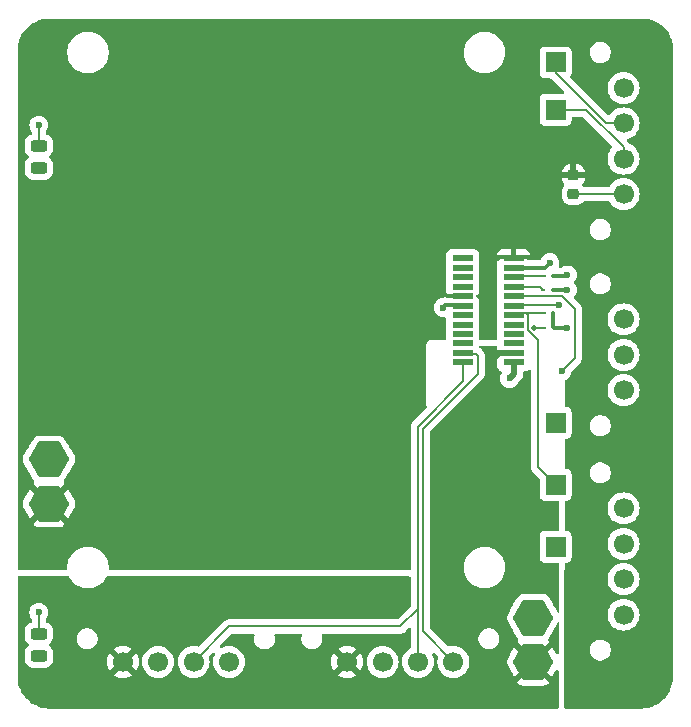
<source format=gtl>
%TF.GenerationSoftware,KiCad,Pcbnew,8.0.5*%
%TF.CreationDate,2024-10-30T11:13:14-05:00*%
%TF.ProjectId,DataAcq-EnvironmentBoard,44617461-4163-4712-9d45-6e7669726f6e,rev?*%
%TF.SameCoordinates,Original*%
%TF.FileFunction,Copper,L1,Top*%
%TF.FilePolarity,Positive*%
%FSLAX46Y46*%
G04 Gerber Fmt 4.6, Leading zero omitted, Abs format (unit mm)*
G04 Created by KiCad (PCBNEW 8.0.5) date 2024-10-30 11:13:14*
%MOMM*%
%LPD*%
G01*
G04 APERTURE LIST*
G04 Aperture macros list*
%AMRoundRect*
0 Rectangle with rounded corners*
0 $1 Rounding radius*
0 $2 $3 $4 $5 $6 $7 $8 $9 X,Y pos of 4 corners*
0 Add a 4 corners polygon primitive as box body*
4,1,4,$2,$3,$4,$5,$6,$7,$8,$9,$2,$3,0*
0 Add four circle primitives for the rounded corners*
1,1,$1+$1,$2,$3*
1,1,$1+$1,$4,$5*
1,1,$1+$1,$6,$7*
1,1,$1+$1,$8,$9*
0 Add four rect primitives between the rounded corners*
20,1,$1+$1,$2,$3,$4,$5,0*
20,1,$1+$1,$4,$5,$6,$7,0*
20,1,$1+$1,$6,$7,$8,$9,0*
20,1,$1+$1,$8,$9,$2,$3,0*%
%AMFreePoly0*
4,1,7,1.500000,0.866025,1.500000,-0.866025,0.000000,-1.732051,-1.500000,-0.866025,-1.500000,0.866025,0.000000,1.732051,1.500000,0.866025,1.500000,0.866025,$1*%
G04 Aperture macros list end*
%TA.AperFunction,SMDPad,CuDef*%
%ADD10R,1.800000X0.550000*%
%TD*%
%TA.AperFunction,ComponentPad*%
%ADD11C,1.700000*%
%TD*%
%TA.AperFunction,SMDPad,CuDef*%
%ADD12RoundRect,0.062500X0.117500X0.062500X-0.117500X0.062500X-0.117500X-0.062500X0.117500X-0.062500X0*%
%TD*%
%TA.AperFunction,ComponentPad*%
%ADD13R,1.700000X1.700000*%
%TD*%
%TA.AperFunction,SMDPad,CuDef*%
%ADD14RoundRect,0.243750X0.456250X-0.243750X0.456250X0.243750X-0.456250X0.243750X-0.456250X-0.243750X0*%
%TD*%
%TA.AperFunction,ConnectorPad*%
%ADD15FreePoly0,270.000000*%
%TD*%
%TA.AperFunction,SMDPad,CuDef*%
%ADD16RoundRect,0.218750X-0.256250X0.218750X-0.256250X-0.218750X0.256250X-0.218750X0.256250X0.218750X0*%
%TD*%
%TA.AperFunction,ConnectorPad*%
%ADD17FreePoly0,90.000000*%
%TD*%
%TA.AperFunction,ViaPad*%
%ADD18C,0.600000*%
%TD*%
%TA.AperFunction,ViaPad*%
%ADD19C,0.500000*%
%TD*%
%TA.AperFunction,Conductor*%
%ADD20C,0.350000*%
%TD*%
%TA.AperFunction,Conductor*%
%ADD21C,0.200000*%
%TD*%
%TA.AperFunction,Conductor*%
%ADD22C,0.500000*%
%TD*%
G04 APERTURE END LIST*
D10*
%TO.P,U4,1,SPI2_MOSI*%
%TO.N,unconnected-(U4-SPI2_MOSI-Pad1)*%
X177637260Y-91837260D03*
%TO.P,U4,2,+3.3V*%
%TO.N,+3.3V*%
X181937260Y-91837260D03*
%TO.P,U4,3,SPI2_MISO*%
%TO.N,unconnected-(U4-SPI2_MISO-Pad3)*%
X177637260Y-92637260D03*
%TO.P,U4,4,GND*%
%TO.N,GND*%
X181937260Y-92637260D03*
%TO.P,U4,5,SPI2_SCK*%
%TO.N,unconnected-(U4-SPI2_SCK-Pad5)*%
X177637260Y-93437260D03*
%TO.P,U4,6,I2C2_SDA*%
%TO.N,/I2C2_SDA*%
X181937260Y-93437260D03*
%TO.P,U4,7,SPI2_NSS*%
%TO.N,unconnected-(U4-SPI2_NSS-Pad7)*%
X177637260Y-94237260D03*
%TO.P,U4,8,I2C2_SCL*%
%TO.N,/I2C2_SCL*%
X181937260Y-94237260D03*
%TO.P,U4,9,+3.3V*%
%TO.N,+3.3V*%
X177637260Y-95037260D03*
%TO.P,U4,10,VDDA(3.3V)*%
%TO.N,VDDA*%
X181937260Y-95037260D03*
%TO.P,U4,11,GND*%
%TO.N,GND*%
X177637260Y-95837260D03*
%TO.P,U4,12,GNDA*%
%TO.N,GNDA*%
X181937260Y-95837260D03*
%TO.P,U4,13,SPI1_SCK*%
%TO.N,unconnected-(U4-SPI1_SCK-Pad13)*%
X177637260Y-96637260D03*
%TO.P,U4,14,I2C1_SCL*%
%TO.N,/I2C1_SCL*%
X181937260Y-96637260D03*
%TO.P,U4,15,SPI1_MISO*%
%TO.N,unconnected-(U4-SPI1_MISO-Pad15)*%
X177637260Y-97437260D03*
%TO.P,U4,16,I2C1_SDA*%
%TO.N,/I2C1_SDA*%
X181937260Y-97437260D03*
%TO.P,U4,17,SPI1_MOSI*%
%TO.N,unconnected-(U4-SPI1_MOSI-Pad17)*%
X177637260Y-98237260D03*
%TO.P,U4,18,PA2(ADC)*%
%TO.N,unconnected-(U4-PA2(ADC)-Pad18)*%
X181937260Y-98237260D03*
%TO.P,U4,19,SPI1_NSS*%
%TO.N,unconnected-(U4-SPI1_NSS-Pad19)*%
X177637260Y-99037260D03*
%TO.P,U4,20,PA1(ADC)*%
%TO.N,/PA1(ADC)*%
X181937260Y-99037260D03*
%TO.P,U4,21,CAN_L*%
%TO.N,/CAN_L*%
X177637260Y-99837260D03*
%TO.P,U4,22,+12V_In*%
%TO.N,+12V_In*%
X181937260Y-99837260D03*
%TO.P,U4,23,CAN_H*%
%TO.N,/CAN_H*%
X177637260Y-100637260D03*
%TO.P,U4,24,GNDPWR*%
%TO.N,GNDPWR*%
X181937260Y-100637260D03*
%TD*%
D11*
%TO.P,J1,1,Pin_1*%
%TO.N,Net-(J1-Pin_1)*%
X191250000Y-86400000D03*
%TO.P,J1,2,Pin_2*%
%TO.N,/I2C2_SCL*%
X191250000Y-83400000D03*
%TO.P,J1,3,Pin_3*%
%TO.N,/I2C2_SDA*%
X191250000Y-80400000D03*
%TO.P,J1,4,Pin_4*%
%TO.N,GND*%
X191250000Y-77400000D03*
%TD*%
D12*
%TO.P,D3,1,A1*%
%TO.N,/I2C1_SCL*%
X184480000Y-96500000D03*
%TO.P,D3,2,A2*%
%TO.N,GND*%
X185320000Y-96500000D03*
%TD*%
D13*
%TO.P,TP3,1,1*%
%TO.N,/PA1(ADC)*%
X185500000Y-105750000D03*
%TD*%
D14*
%TO.P,D2,1,K*%
%TO.N,GND*%
X141750000Y-84187500D03*
%TO.P,D2,2,A*%
%TO.N,Net-(D2-A)*%
X141750000Y-82312500D03*
%TD*%
D15*
%TO.P,TP2,1,1*%
%TO.N,GNDPWR*%
X183600000Y-122250000D03*
%TD*%
D13*
%TO.P,TP8,1,1*%
%TO.N,/I2C2_SDA*%
X185500000Y-75250000D03*
%TD*%
%TO.P,TP9,1,1*%
%TO.N,/I2C2_SCL*%
X185500000Y-79250000D03*
%TD*%
D11*
%TO.P,J4,1,Pin_1*%
%TO.N,Net-(J4-Pin_1)*%
X191250000Y-122000000D03*
%TO.P,J4,2,Pin_2*%
%TO.N,/I2C1_SDA*%
X191250000Y-119000000D03*
%TO.P,J4,3,Pin_3*%
%TO.N,/I2C1_SCL*%
X191250000Y-116000000D03*
%TO.P,J4,4,Pin_4*%
%TO.N,GND*%
X191250000Y-113000000D03*
%TD*%
D13*
%TO.P,TP6,1,1*%
%TO.N,/I2C1_SDA*%
X185500000Y-116250000D03*
%TD*%
D12*
%TO.P,D4,1,A1*%
%TO.N,/I2C1_SDA*%
X184500000Y-97700000D03*
%TO.P,D4,2,A2*%
%TO.N,GND*%
X185340000Y-97700000D03*
%TD*%
D16*
%TO.P,F2,1*%
%TO.N,+3.3V*%
X187000000Y-84812500D03*
%TO.P,F2,2*%
%TO.N,Net-(J1-Pin_1)*%
X187000000Y-86387500D03*
%TD*%
D15*
%TO.P,TP5,1,1*%
%TO.N,GND*%
X142600000Y-108850000D03*
%TD*%
D12*
%TO.P,D5,1,A1*%
%TO.N,/I2C2_SCL*%
X184460000Y-94500000D03*
%TO.P,D5,2,A2*%
%TO.N,GND*%
X185300000Y-94500000D03*
%TD*%
D13*
%TO.P,TP7,1,1*%
%TO.N,/I2C1_SCL*%
X185500000Y-111000000D03*
%TD*%
D11*
%TO.P,J5,1,Pin_1*%
%TO.N,Net-(J5-Pin_1)*%
X191250000Y-103000000D03*
%TO.P,J5,2,Pin_2*%
%TO.N,/PA1(ADC)*%
X191250000Y-100000000D03*
%TO.P,J5,3,Pin_3*%
%TO.N,GNDA*%
X191250000Y-97000000D03*
%TD*%
%TO.P,J2,1,12V*%
%TO.N,+12V_In*%
X167850000Y-126000000D03*
%TO.P,J2,2,GNDPWR*%
%TO.N,GNDPWR*%
X170850000Y-126000000D03*
%TO.P,J2,3,CAN_H*%
%TO.N,/CAN_H*%
X173850000Y-126000000D03*
%TO.P,J2,4,CAN_L*%
%TO.N,/CAN_L*%
X176850000Y-126000000D03*
%TD*%
D15*
%TO.P,TP1,1,1*%
%TO.N,+12V_In*%
X183600000Y-126000000D03*
%TD*%
D12*
%TO.P,D6,1,A1*%
%TO.N,/I2C2_SDA*%
X184480000Y-93300000D03*
%TO.P,D6,2,A2*%
%TO.N,GND*%
X185320000Y-93300000D03*
%TD*%
D11*
%TO.P,J3,1,12V*%
%TO.N,+12V_In*%
X148850000Y-126000000D03*
%TO.P,J3,2,GNDPWR*%
%TO.N,GNDPWR*%
X151850000Y-126000000D03*
%TO.P,J3,3,CAN_H*%
%TO.N,/CAN_H*%
X154850000Y-126000000D03*
%TO.P,J3,4,CAN_L*%
%TO.N,/CAN_L*%
X157850000Y-126000000D03*
%TD*%
D14*
%TO.P,D1,1,K*%
%TO.N,GNDPWR*%
X141750000Y-125500000D03*
%TO.P,D1,2,A*%
%TO.N,Net-(D1-A)*%
X141750000Y-123625000D03*
%TD*%
D17*
%TO.P,TP4,1,1*%
%TO.N,+3.3V*%
X142600000Y-112600000D03*
%TD*%
D18*
%TO.N,+3.3V*%
X141750000Y-78611370D03*
X187750000Y-120412500D03*
D19*
%TO.N,/I2C1_SDA*%
X181937260Y-97437260D03*
X183687260Y-97700000D03*
D18*
%TO.N,GND*%
X186500000Y-97750000D03*
X142600000Y-108850000D03*
X186500000Y-93250000D03*
X185000000Y-92200000D03*
X176000000Y-96000000D03*
X141750000Y-84187500D03*
X186500000Y-94500000D03*
D19*
%TO.N,/I2C2_SCL*%
X181937260Y-94237260D03*
%TO.N,/I2C2_SDA*%
X181872918Y-93372918D03*
D18*
%TO.N,VDDA*%
X186000000Y-101412500D03*
%TO.N,GNDA*%
X185800000Y-95750000D03*
%TO.N,GNDPWR*%
X141750000Y-125500000D03*
X181600000Y-102000000D03*
X183600000Y-122250000D03*
D19*
%TO.N,/PA1(ADC)*%
X181937260Y-99037260D03*
D18*
%TO.N,+12V_In*%
X141750000Y-119963870D03*
%TO.N,Net-(D1-A)*%
X141750000Y-121812500D03*
%TO.N,Net-(D2-A)*%
X141750000Y-80562500D03*
%TD*%
D20*
%TO.N,+3.3V*%
X176275000Y-95025000D02*
X176000000Y-94750000D01*
X177675000Y-95025000D02*
X176275000Y-95025000D01*
D21*
%TO.N,/I2C1_SCL*%
X183137260Y-97927818D02*
X183137260Y-96637260D01*
X182074520Y-96500000D02*
X181937260Y-96637260D01*
X184000000Y-109500000D02*
X184000000Y-98790558D01*
X184480000Y-96500000D02*
X183000000Y-96500000D01*
X185500000Y-111000000D02*
X184000000Y-109500000D01*
X183137260Y-96637260D02*
X183000000Y-96500000D01*
X183000000Y-96500000D02*
X182074520Y-96500000D01*
X184000000Y-98790558D02*
X183137260Y-97927818D01*
%TO.N,/I2C1_SDA*%
X183687260Y-97700000D02*
X184500000Y-97700000D01*
D20*
%TO.N,GND*%
X184575000Y-92625000D02*
X181975000Y-92625000D01*
X177675000Y-95825000D02*
X176175000Y-95825000D01*
X186450000Y-97700000D02*
X186500000Y-97750000D01*
X185320000Y-93300000D02*
X186450000Y-93300000D01*
X185340000Y-97700000D02*
X186450000Y-97700000D01*
X186450000Y-93300000D02*
X186500000Y-93250000D01*
X176175000Y-95825000D02*
X176000000Y-96000000D01*
X185000000Y-92200000D02*
X184575000Y-92625000D01*
X185320000Y-96500000D02*
X185320000Y-97680000D01*
X185320000Y-97680000D02*
X185340000Y-97700000D01*
X185300000Y-94500000D02*
X186500000Y-94500000D01*
D21*
%TO.N,/I2C2_SCL*%
X185500000Y-79250000D02*
X188050000Y-79250000D01*
X184197260Y-94237260D02*
X181937260Y-94237260D01*
X184460000Y-94500000D02*
X184197260Y-94237260D01*
X188050000Y-79250000D02*
X191250000Y-82450000D01*
X191250000Y-82450000D02*
X191250000Y-83400000D01*
%TO.N,/I2C2_SDA*%
X185500000Y-75250000D02*
X185500000Y-76134314D01*
X185500000Y-76134314D02*
X189765686Y-80400000D01*
X184480000Y-93300000D02*
X182074520Y-93300000D01*
X182074520Y-93300000D02*
X181937260Y-93437260D01*
X189765686Y-80400000D02*
X191250000Y-80400000D01*
%TO.N,VDDA*%
X187100000Y-96100000D02*
X186037260Y-95037260D01*
X186000000Y-101412500D02*
X187100000Y-100312500D01*
X187100000Y-100312500D02*
X187100000Y-96100000D01*
X186037260Y-95037260D02*
X181937260Y-95037260D01*
%TO.N,GNDA*%
X182024520Y-95750000D02*
X181937260Y-95837260D01*
X185800000Y-95750000D02*
X182024520Y-95750000D01*
%TO.N,/CAN_H*%
X173850000Y-106084314D02*
X173850000Y-121500000D01*
X157850000Y-123000000D02*
X172350000Y-123000000D01*
X177675000Y-100625000D02*
X177675000Y-102259314D01*
X177675000Y-102259314D02*
X173850000Y-106084314D01*
X173850000Y-121500000D02*
X173850000Y-126000000D01*
X172350000Y-123000000D02*
X173850000Y-121500000D01*
X154850000Y-126000000D02*
X157850000Y-123000000D01*
D22*
%TO.N,GNDPWR*%
X181600000Y-102000000D02*
X181975000Y-101625000D01*
X181975000Y-101625000D02*
X181975000Y-100625000D01*
D21*
%TO.N,/CAN_L*%
X178775000Y-99937260D02*
X178900000Y-100062260D01*
X178900000Y-100062260D02*
X178900000Y-101600000D01*
X177675000Y-99825000D02*
X177787260Y-99937260D01*
X177787260Y-99937260D02*
X178775000Y-99937260D01*
X174250000Y-123400000D02*
X176850000Y-126000000D01*
X174250000Y-106250000D02*
X174250000Y-123400000D01*
X178900000Y-101600000D02*
X174250000Y-106250000D01*
D22*
%TO.N,+12V_In*%
X180674520Y-99825000D02*
X180000000Y-100499520D01*
X180000000Y-100499520D02*
X180000000Y-101200000D01*
X181975000Y-99825000D02*
X180674520Y-99825000D01*
D21*
%TO.N,Net-(D1-A)*%
X141750000Y-121812500D02*
X141750000Y-123625000D01*
%TO.N,Net-(D2-A)*%
X141750000Y-82312500D02*
X141750000Y-80562500D01*
%TO.N,Net-(J1-Pin_1)*%
X187012500Y-86400000D02*
X187000000Y-86387500D01*
X191250000Y-86400000D02*
X187012500Y-86400000D01*
%TD*%
%TA.AperFunction,Conductor*%
%TO.N,+12V_In*%
G36*
X180536760Y-99360129D02*
G01*
X180536761Y-99360136D01*
X180543879Y-99426352D01*
X180543879Y-99452859D01*
X180537260Y-99514429D01*
X180537260Y-99587260D01*
X180555851Y-99587260D01*
X180622890Y-99606945D01*
X180655115Y-99636946D01*
X180679714Y-99669806D01*
X180679715Y-99669806D01*
X180679716Y-99669808D01*
X180770800Y-99737994D01*
X180812671Y-99793928D01*
X180817655Y-99863619D01*
X180784169Y-99924942D01*
X180770800Y-99936526D01*
X180679716Y-100004711D01*
X180679714Y-100004714D01*
X180655116Y-100037572D01*
X180599184Y-100079442D01*
X180555851Y-100087260D01*
X180537260Y-100087260D01*
X180537260Y-100160104D01*
X180543879Y-100221658D01*
X180543880Y-100248169D01*
X180543169Y-100254774D01*
X180543169Y-100254777D01*
X180536760Y-100314387D01*
X180536760Y-100314393D01*
X180536760Y-100314395D01*
X180536760Y-100960130D01*
X180536761Y-100960136D01*
X180543168Y-101019743D01*
X180593462Y-101154588D01*
X180593466Y-101154595D01*
X180679712Y-101269804D01*
X180679715Y-101269807D01*
X180794924Y-101356053D01*
X180794933Y-101356058D01*
X180866352Y-101382695D01*
X180922286Y-101424565D01*
X180946704Y-101490029D01*
X180931853Y-101558302D01*
X180928014Y-101564848D01*
X180874212Y-101650474D01*
X180814631Y-101820745D01*
X180814630Y-101820750D01*
X180794435Y-101999996D01*
X180794435Y-102000003D01*
X180814630Y-102179249D01*
X180814631Y-102179254D01*
X180874211Y-102349523D01*
X180970184Y-102502262D01*
X181097738Y-102629816D01*
X181250478Y-102725789D01*
X181420745Y-102785368D01*
X181420750Y-102785369D01*
X181599996Y-102805565D01*
X181600000Y-102805565D01*
X181600004Y-102805565D01*
X181779249Y-102785369D01*
X181779252Y-102785368D01*
X181779255Y-102785368D01*
X181949522Y-102725789D01*
X182102262Y-102629816D01*
X182229816Y-102502262D01*
X182325789Y-102349522D01*
X182325792Y-102349510D01*
X182328810Y-102343248D01*
X182330650Y-102344134D01*
X182353303Y-102308063D01*
X182557951Y-102103416D01*
X182640084Y-101980495D01*
X182696658Y-101843913D01*
X182725500Y-101698918D01*
X182725500Y-101536759D01*
X182745185Y-101469720D01*
X182797989Y-101423965D01*
X182849500Y-101412759D01*
X182885131Y-101412759D01*
X182885132Y-101412759D01*
X182944743Y-101406351D01*
X183079591Y-101356056D01*
X183194806Y-101269806D01*
X183194805Y-101269806D01*
X183201189Y-101265028D01*
X183266653Y-101240610D01*
X183334926Y-101255461D01*
X183384332Y-101304866D01*
X183399500Y-101364294D01*
X183399500Y-109413330D01*
X183399499Y-109413348D01*
X183399499Y-109579054D01*
X183399498Y-109579054D01*
X183440423Y-109731785D01*
X183469358Y-109781900D01*
X183469359Y-109781904D01*
X183469360Y-109781904D01*
X183519479Y-109868714D01*
X183519481Y-109868717D01*
X183638349Y-109987585D01*
X183638355Y-109987590D01*
X184113181Y-110462416D01*
X184146666Y-110523739D01*
X184149500Y-110550097D01*
X184149500Y-111897870D01*
X184149501Y-111897876D01*
X184155908Y-111957483D01*
X184206202Y-112092328D01*
X184206206Y-112092335D01*
X184292452Y-112207544D01*
X184292455Y-112207547D01*
X184407664Y-112293793D01*
X184407671Y-112293797D01*
X184542517Y-112344091D01*
X184542516Y-112344091D01*
X184549444Y-112344835D01*
X184602127Y-112350500D01*
X185750000Y-112350499D01*
X185750000Y-114899500D01*
X184602129Y-114899500D01*
X184602123Y-114899501D01*
X184542516Y-114905908D01*
X184407671Y-114956202D01*
X184407664Y-114956206D01*
X184292455Y-115042452D01*
X184292452Y-115042455D01*
X184206206Y-115157664D01*
X184206202Y-115157671D01*
X184155908Y-115292517D01*
X184149501Y-115352116D01*
X184149500Y-115352135D01*
X184149500Y-117147870D01*
X184149501Y-117147876D01*
X184155908Y-117207483D01*
X184206202Y-117342328D01*
X184206206Y-117342335D01*
X184292452Y-117457544D01*
X184292455Y-117457547D01*
X184407664Y-117543793D01*
X184407671Y-117543797D01*
X184542517Y-117594091D01*
X184542516Y-117594091D01*
X184549444Y-117594835D01*
X184602127Y-117600500D01*
X185750000Y-117600499D01*
X185750000Y-121962908D01*
X185351503Y-121272694D01*
X185349835Y-121269711D01*
X185304626Y-121186171D01*
X185280051Y-121148559D01*
X185276470Y-121142734D01*
X184903802Y-120497252D01*
X184903800Y-120497249D01*
X184848056Y-120418968D01*
X184739319Y-120324746D01*
X184739315Y-120324744D01*
X184608444Y-120264976D01*
X184608439Y-120264975D01*
X184466025Y-120244500D01*
X183688068Y-120244500D01*
X183677829Y-120244076D01*
X183673596Y-120243725D01*
X183641752Y-120241086D01*
X183641744Y-120241086D01*
X183558256Y-120241086D01*
X183558247Y-120241086D01*
X183525982Y-120243760D01*
X183522170Y-120244076D01*
X183511932Y-120244500D01*
X182733975Y-120244500D01*
X182638308Y-120253635D01*
X182638305Y-120253635D01*
X182638305Y-120253636D01*
X182502340Y-120300694D01*
X182502339Y-120300694D01*
X182385140Y-120384153D01*
X182385138Y-120384155D01*
X182296200Y-120497247D01*
X182296199Y-120497249D01*
X181923525Y-121142739D01*
X181919947Y-121148560D01*
X181895366Y-121186184D01*
X181850171Y-121269699D01*
X181848503Y-121272682D01*
X181430174Y-121997247D01*
X181430172Y-121997250D01*
X181390253Y-122084661D01*
X181390250Y-122084670D01*
X181363022Y-122225943D01*
X181363021Y-122225948D01*
X181376697Y-122369176D01*
X181430171Y-122502746D01*
X181430172Y-122502749D01*
X181848511Y-123227331D01*
X181850158Y-123230277D01*
X181895370Y-123313822D01*
X181895372Y-123313825D01*
X181919948Y-123351440D01*
X181923528Y-123357264D01*
X182161079Y-123768716D01*
X182296199Y-124002750D01*
X182334026Y-124055870D01*
X182356877Y-124121893D01*
X182340406Y-124189794D01*
X182330489Y-124204446D01*
X182296636Y-124247494D01*
X182296628Y-124247504D01*
X182261647Y-124308093D01*
X182261647Y-124308094D01*
X182703553Y-124750000D01*
X180388468Y-124750000D01*
X180417023Y-124730920D01*
X180540920Y-124607023D01*
X180638265Y-124461336D01*
X180705317Y-124299458D01*
X180739500Y-124127608D01*
X180739500Y-123952392D01*
X180705317Y-123780542D01*
X180643700Y-123631785D01*
X180638268Y-123618670D01*
X180638261Y-123618657D01*
X180540920Y-123472977D01*
X180540917Y-123472973D01*
X180417026Y-123349082D01*
X180417022Y-123349079D01*
X180271342Y-123251738D01*
X180271329Y-123251731D01*
X180109462Y-123184684D01*
X180109450Y-123184681D01*
X179937612Y-123150500D01*
X179937608Y-123150500D01*
X179762392Y-123150500D01*
X179762387Y-123150500D01*
X179590549Y-123184681D01*
X179590537Y-123184684D01*
X179428670Y-123251731D01*
X179428657Y-123251738D01*
X179282977Y-123349079D01*
X179282973Y-123349082D01*
X179159082Y-123472973D01*
X179159079Y-123472977D01*
X179061738Y-123618657D01*
X179061731Y-123618670D01*
X178994684Y-123780537D01*
X178994681Y-123780549D01*
X178960500Y-123952387D01*
X178960500Y-124127612D01*
X178994681Y-124299450D01*
X178994684Y-124299462D01*
X179061731Y-124461329D01*
X179061738Y-124461342D01*
X179159079Y-124607022D01*
X179159082Y-124607026D01*
X179282973Y-124730917D01*
X179282977Y-124730920D01*
X179311532Y-124750000D01*
X177364923Y-124750000D01*
X177313663Y-124726097D01*
X177313659Y-124726096D01*
X177313655Y-124726094D01*
X177085413Y-124664938D01*
X177085403Y-124664936D01*
X176850001Y-124644341D01*
X176849999Y-124644341D01*
X176614596Y-124664936D01*
X176614583Y-124664939D01*
X176486241Y-124699327D01*
X176416392Y-124697664D01*
X176366468Y-124667233D01*
X175000000Y-123300765D01*
X175000000Y-117885010D01*
X177745500Y-117885010D01*
X177745500Y-118114989D01*
X177745501Y-118115005D01*
X177775518Y-118343009D01*
X177775519Y-118343014D01*
X177775520Y-118343020D01*
X177775521Y-118343022D01*
X177835046Y-118565175D01*
X177835049Y-118565185D01*
X177923057Y-118777654D01*
X177923061Y-118777664D01*
X178038055Y-118976839D01*
X178178064Y-119159303D01*
X178178070Y-119159310D01*
X178340689Y-119321929D01*
X178340696Y-119321935D01*
X178523160Y-119461944D01*
X178722335Y-119576938D01*
X178722336Y-119576938D01*
X178722339Y-119576940D01*
X178934824Y-119664954D01*
X179156980Y-119724480D01*
X179385004Y-119754500D01*
X179385011Y-119754500D01*
X179614989Y-119754500D01*
X179614996Y-119754500D01*
X179843020Y-119724480D01*
X180065176Y-119664954D01*
X180277661Y-119576940D01*
X180476840Y-119461944D01*
X180659305Y-119321934D01*
X180821934Y-119159305D01*
X180961944Y-118976840D01*
X181076940Y-118777661D01*
X181164954Y-118565176D01*
X181224480Y-118343020D01*
X181254500Y-118114996D01*
X181254500Y-117885004D01*
X181224480Y-117656980D01*
X181164954Y-117434824D01*
X181076940Y-117222339D01*
X181033946Y-117147872D01*
X180961944Y-117023160D01*
X180821935Y-116840696D01*
X180821929Y-116840689D01*
X180659310Y-116678070D01*
X180659303Y-116678064D01*
X180476839Y-116538055D01*
X180277664Y-116423061D01*
X180277654Y-116423057D01*
X180065185Y-116335049D01*
X180065178Y-116335047D01*
X180065176Y-116335046D01*
X179843020Y-116275520D01*
X179843014Y-116275519D01*
X179843009Y-116275518D01*
X179615005Y-116245501D01*
X179615002Y-116245500D01*
X179614996Y-116245500D01*
X179385004Y-116245500D01*
X179384998Y-116245500D01*
X179384994Y-116245501D01*
X179156990Y-116275518D01*
X179156983Y-116275519D01*
X179156980Y-116275520D01*
X178934824Y-116335046D01*
X178934814Y-116335049D01*
X178722345Y-116423057D01*
X178722335Y-116423061D01*
X178523160Y-116538055D01*
X178340696Y-116678064D01*
X178340689Y-116678070D01*
X178178070Y-116840689D01*
X178178064Y-116840696D01*
X178038055Y-117023160D01*
X177923061Y-117222335D01*
X177923057Y-117222345D01*
X177835049Y-117434814D01*
X177835046Y-117434824D01*
X177775521Y-117656977D01*
X177775518Y-117656990D01*
X177745501Y-117884994D01*
X177745500Y-117885010D01*
X175000000Y-117885010D01*
X175000000Y-106349234D01*
X179258506Y-102090727D01*
X179258511Y-102090724D01*
X179268714Y-102080520D01*
X179268716Y-102080520D01*
X179380520Y-101968716D01*
X179450774Y-101847032D01*
X179450775Y-101847031D01*
X179454346Y-101840844D01*
X179459577Y-101831785D01*
X179500500Y-101679057D01*
X179500500Y-101520943D01*
X179500500Y-100151320D01*
X179500501Y-100151307D01*
X179500501Y-99983204D01*
X179489938Y-99943784D01*
X179459577Y-99830476D01*
X179416611Y-99756056D01*
X179380523Y-99693548D01*
X179380520Y-99693544D01*
X179255520Y-99568545D01*
X179255520Y-99568544D01*
X179143717Y-99456741D01*
X179143712Y-99456737D01*
X179099761Y-99431363D01*
X179051544Y-99380797D01*
X179037759Y-99323978D01*
X179037760Y-99250000D01*
X180536760Y-99250000D01*
X180536760Y-99360129D01*
G37*
%TD.AperFunction*%
%TA.AperFunction,Conductor*%
G36*
X185750000Y-124750000D02*
G01*
X184496446Y-124750000D01*
X184938351Y-124308094D01*
X184903370Y-124247505D01*
X184903360Y-124247488D01*
X184865953Y-124194957D01*
X184843101Y-124128930D01*
X184859574Y-124061030D01*
X184869491Y-124046379D01*
X184903799Y-124002752D01*
X184903801Y-124002750D01*
X185276491Y-123357227D01*
X185280035Y-123351463D01*
X185304630Y-123313822D01*
X185349845Y-123230267D01*
X185351457Y-123227383D01*
X185750000Y-122537091D01*
X185750000Y-124750000D01*
G37*
%TD.AperFunction*%
%TD*%
%TA.AperFunction,Conductor*%
%TO.N,+3.3V*%
G36*
X190075965Y-118322169D02*
G01*
X190075964Y-118322171D01*
X189976098Y-118536335D01*
X189976094Y-118536344D01*
X189914938Y-118764586D01*
X189914936Y-118764596D01*
X189894341Y-118999999D01*
X189894341Y-119000000D01*
X189914936Y-119235403D01*
X189914938Y-119235413D01*
X189976094Y-119463655D01*
X189976096Y-119463659D01*
X189976097Y-119463663D01*
X190075965Y-119677830D01*
X190075967Y-119677834D01*
X190184281Y-119832521D01*
X190211505Y-119871401D01*
X190378599Y-120038495D01*
X190475384Y-120106265D01*
X190572165Y-120174032D01*
X190572167Y-120174033D01*
X190572170Y-120174035D01*
X190786337Y-120273903D01*
X191014592Y-120335063D01*
X191202918Y-120351539D01*
X191249999Y-120355659D01*
X191250000Y-120355659D01*
X191250001Y-120355659D01*
X191289234Y-120352226D01*
X191485408Y-120335063D01*
X191713663Y-120273903D01*
X191927830Y-120174035D01*
X192121401Y-120038495D01*
X192288495Y-119871401D01*
X192424035Y-119677830D01*
X192523903Y-119463663D01*
X192585063Y-119235408D01*
X192605659Y-119000000D01*
X192585063Y-118764592D01*
X192523903Y-118536337D01*
X192424035Y-118322171D01*
X192373501Y-118250000D01*
X195449500Y-118250000D01*
X195449500Y-127246519D01*
X195449305Y-127253472D01*
X195432916Y-127545296D01*
X195431359Y-127559114D01*
X195382984Y-127843827D01*
X195379890Y-127857384D01*
X195299939Y-128134899D01*
X195295346Y-128148024D01*
X195184830Y-128414834D01*
X195178797Y-128427362D01*
X195039100Y-128680125D01*
X195031702Y-128691899D01*
X194864584Y-128927430D01*
X194855914Y-128938302D01*
X194663475Y-129153642D01*
X194653642Y-129163475D01*
X194438302Y-129355914D01*
X194427430Y-129364584D01*
X194191899Y-129531702D01*
X194180125Y-129539100D01*
X193927362Y-129678797D01*
X193914834Y-129684830D01*
X193648024Y-129795346D01*
X193634899Y-129799939D01*
X193357384Y-129879890D01*
X193343827Y-129882984D01*
X193059114Y-129931359D01*
X193045296Y-129932916D01*
X192753472Y-129949305D01*
X192746519Y-129949500D01*
X186374000Y-129949500D01*
X186306961Y-129929815D01*
X186261206Y-129877011D01*
X186250000Y-129825500D01*
X186250000Y-124912387D01*
X188400500Y-124912387D01*
X188400500Y-125087612D01*
X188434681Y-125259450D01*
X188434684Y-125259462D01*
X188501731Y-125421329D01*
X188501738Y-125421342D01*
X188599079Y-125567022D01*
X188599082Y-125567026D01*
X188722973Y-125690917D01*
X188722977Y-125690920D01*
X188868657Y-125788261D01*
X188868670Y-125788268D01*
X189030537Y-125855315D01*
X189030542Y-125855317D01*
X189202387Y-125889499D01*
X189202391Y-125889500D01*
X189202392Y-125889500D01*
X189377609Y-125889500D01*
X189377610Y-125889499D01*
X189549458Y-125855317D01*
X189711336Y-125788265D01*
X189857023Y-125690920D01*
X189980920Y-125567023D01*
X190078265Y-125421336D01*
X190145317Y-125259458D01*
X190179500Y-125087608D01*
X190179500Y-124912392D01*
X190145317Y-124740542D01*
X190145315Y-124740537D01*
X190078268Y-124578670D01*
X190078261Y-124578657D01*
X189980920Y-124432977D01*
X189980917Y-124432973D01*
X189857026Y-124309082D01*
X189857022Y-124309079D01*
X189711342Y-124211738D01*
X189711329Y-124211731D01*
X189549462Y-124144684D01*
X189549450Y-124144681D01*
X189377612Y-124110500D01*
X189377608Y-124110500D01*
X189202392Y-124110500D01*
X189202387Y-124110500D01*
X189030549Y-124144681D01*
X189030537Y-124144684D01*
X188868670Y-124211731D01*
X188868657Y-124211738D01*
X188722977Y-124309079D01*
X188722973Y-124309082D01*
X188599082Y-124432973D01*
X188599079Y-124432977D01*
X188501738Y-124578657D01*
X188501731Y-124578670D01*
X188434684Y-124740537D01*
X188434681Y-124740549D01*
X188400500Y-124912387D01*
X186250000Y-124912387D01*
X186250000Y-121999999D01*
X189894341Y-121999999D01*
X189894341Y-122000000D01*
X189914936Y-122235403D01*
X189914938Y-122235413D01*
X189976094Y-122463655D01*
X189976096Y-122463659D01*
X189976097Y-122463663D01*
X190075965Y-122677830D01*
X190075967Y-122677834D01*
X190184281Y-122832521D01*
X190211505Y-122871401D01*
X190378599Y-123038495D01*
X190475384Y-123106265D01*
X190572165Y-123174032D01*
X190572167Y-123174033D01*
X190572170Y-123174035D01*
X190786337Y-123273903D01*
X191014592Y-123335063D01*
X191202918Y-123351539D01*
X191249999Y-123355659D01*
X191250000Y-123355659D01*
X191250001Y-123355659D01*
X191289234Y-123352226D01*
X191485408Y-123335063D01*
X191713663Y-123273903D01*
X191927830Y-123174035D01*
X192121401Y-123038495D01*
X192288495Y-122871401D01*
X192424035Y-122677830D01*
X192523903Y-122463663D01*
X192585063Y-122235408D01*
X192605659Y-122000000D01*
X192585063Y-121764592D01*
X192523903Y-121536337D01*
X192424035Y-121322171D01*
X192288495Y-121128599D01*
X192288494Y-121128597D01*
X192121402Y-120961506D01*
X192121395Y-120961501D01*
X191927834Y-120825967D01*
X191927830Y-120825965D01*
X191927828Y-120825964D01*
X191713663Y-120726097D01*
X191713659Y-120726096D01*
X191713655Y-120726094D01*
X191485413Y-120664938D01*
X191485403Y-120664936D01*
X191250001Y-120644341D01*
X191249999Y-120644341D01*
X191014596Y-120664936D01*
X191014586Y-120664938D01*
X190786344Y-120726094D01*
X190786335Y-120726098D01*
X190572171Y-120825964D01*
X190572169Y-120825965D01*
X190378597Y-120961505D01*
X190211505Y-121128597D01*
X190075965Y-121322169D01*
X190075964Y-121322171D01*
X189976098Y-121536335D01*
X189976094Y-121536344D01*
X189914938Y-121764586D01*
X189914936Y-121764596D01*
X189894341Y-121999999D01*
X186250000Y-121999999D01*
X186250000Y-118250000D01*
X190126499Y-118250000D01*
X190075965Y-118322169D01*
G37*
%TD.AperFunction*%
%TD*%
%TA.AperFunction,Conductor*%
%TO.N,+12V_In*%
G36*
X147614556Y-118728836D02*
G01*
X147623508Y-118731465D01*
X147635624Y-118735023D01*
X147635626Y-118735023D01*
X147635629Y-118735024D01*
X147778045Y-118755500D01*
X147778048Y-118755500D01*
X173125500Y-118755500D01*
X173192539Y-118775185D01*
X173238294Y-118827989D01*
X173249500Y-118879500D01*
X173249500Y-121199903D01*
X173229815Y-121266942D01*
X173213181Y-121287584D01*
X172137584Y-122363181D01*
X172076261Y-122396666D01*
X172049903Y-122399500D01*
X157936670Y-122399500D01*
X157936654Y-122399499D01*
X157929058Y-122399499D01*
X157770943Y-122399499D01*
X157694579Y-122419961D01*
X157618214Y-122440423D01*
X157618209Y-122440426D01*
X157481290Y-122519475D01*
X157481282Y-122519481D01*
X155333530Y-124667233D01*
X155272207Y-124700718D01*
X155213756Y-124699327D01*
X155085413Y-124664938D01*
X155085403Y-124664936D01*
X154850001Y-124644341D01*
X154849999Y-124644341D01*
X154614596Y-124664936D01*
X154614586Y-124664938D01*
X154386344Y-124726094D01*
X154386335Y-124726098D01*
X154172171Y-124825964D01*
X154172169Y-124825965D01*
X153978597Y-124961505D01*
X153811505Y-125128597D01*
X153675965Y-125322169D01*
X153675964Y-125322171D01*
X153576098Y-125536335D01*
X153576094Y-125536344D01*
X153514938Y-125764586D01*
X153514936Y-125764596D01*
X153494341Y-125999999D01*
X153494341Y-126000000D01*
X153514936Y-126235403D01*
X153514938Y-126235413D01*
X153576094Y-126463655D01*
X153576096Y-126463659D01*
X153576097Y-126463663D01*
X153655970Y-126634951D01*
X153675965Y-126677830D01*
X153675967Y-126677834D01*
X153703975Y-126717833D01*
X153811505Y-126871401D01*
X153978599Y-127038495D01*
X154068151Y-127101200D01*
X154172165Y-127174032D01*
X154172167Y-127174033D01*
X154172170Y-127174035D01*
X154386337Y-127273903D01*
X154614592Y-127335063D01*
X154802918Y-127351539D01*
X154849999Y-127355659D01*
X154850000Y-127355659D01*
X154850001Y-127355659D01*
X154889234Y-127352226D01*
X155085408Y-127335063D01*
X155313663Y-127273903D01*
X155527830Y-127174035D01*
X155721401Y-127038495D01*
X155888495Y-126871401D01*
X156024035Y-126677830D01*
X156123903Y-126463663D01*
X156185063Y-126235408D01*
X156205659Y-126000000D01*
X156185063Y-125764592D01*
X156150671Y-125636239D01*
X156152334Y-125566393D01*
X156182763Y-125516470D01*
X156439862Y-125259371D01*
X156501185Y-125225887D01*
X156570877Y-125230871D01*
X156626810Y-125272743D01*
X156651227Y-125338207D01*
X156639925Y-125399458D01*
X156576098Y-125536335D01*
X156576094Y-125536344D01*
X156514938Y-125764586D01*
X156514936Y-125764596D01*
X156494341Y-125999999D01*
X156494341Y-126000000D01*
X156514936Y-126235403D01*
X156514938Y-126235413D01*
X156576094Y-126463655D01*
X156576096Y-126463659D01*
X156576097Y-126463663D01*
X156655970Y-126634951D01*
X156675965Y-126677830D01*
X156675967Y-126677834D01*
X156703975Y-126717833D01*
X156811505Y-126871401D01*
X156978599Y-127038495D01*
X157068151Y-127101200D01*
X157172165Y-127174032D01*
X157172167Y-127174033D01*
X157172170Y-127174035D01*
X157386337Y-127273903D01*
X157614592Y-127335063D01*
X157802918Y-127351539D01*
X157849999Y-127355659D01*
X157850000Y-127355659D01*
X157850001Y-127355659D01*
X157889234Y-127352226D01*
X158085408Y-127335063D01*
X158313663Y-127273903D01*
X158527830Y-127174035D01*
X158721401Y-127038495D01*
X158888495Y-126871401D01*
X159024035Y-126677830D01*
X159123903Y-126463663D01*
X159185063Y-126235408D01*
X159205659Y-126000000D01*
X159205659Y-125999998D01*
X166494843Y-125999998D01*
X166494843Y-126000001D01*
X166515430Y-126235315D01*
X166515432Y-126235326D01*
X166576566Y-126463483D01*
X166576570Y-126463492D01*
X166676400Y-126677579D01*
X166676402Y-126677583D01*
X166735072Y-126761373D01*
X166735073Y-126761373D01*
X167358871Y-126137574D01*
X167374755Y-126196853D01*
X167441898Y-126313147D01*
X167536853Y-126408102D01*
X167653147Y-126475245D01*
X167712424Y-126491128D01*
X167088625Y-127114925D01*
X167172421Y-127173599D01*
X167386507Y-127273429D01*
X167386516Y-127273433D01*
X167614673Y-127334567D01*
X167614684Y-127334569D01*
X167849998Y-127355157D01*
X167850002Y-127355157D01*
X168085315Y-127334569D01*
X168085326Y-127334567D01*
X168313483Y-127273433D01*
X168313492Y-127273429D01*
X168527578Y-127173600D01*
X168527582Y-127173598D01*
X168611373Y-127114926D01*
X168611373Y-127114925D01*
X167987575Y-126491128D01*
X168046853Y-126475245D01*
X168163147Y-126408102D01*
X168258102Y-126313147D01*
X168325245Y-126196853D01*
X168341127Y-126137575D01*
X168964925Y-126761373D01*
X168964926Y-126761373D01*
X169023598Y-126677582D01*
X169023600Y-126677578D01*
X169123429Y-126463492D01*
X169123433Y-126463483D01*
X169184567Y-126235326D01*
X169184569Y-126235315D01*
X169205157Y-126000001D01*
X169205157Y-125999999D01*
X169494341Y-125999999D01*
X169494341Y-126000000D01*
X169514936Y-126235403D01*
X169514938Y-126235413D01*
X169576094Y-126463655D01*
X169576096Y-126463659D01*
X169576097Y-126463663D01*
X169655970Y-126634951D01*
X169675965Y-126677830D01*
X169675967Y-126677834D01*
X169703975Y-126717833D01*
X169811505Y-126871401D01*
X169978599Y-127038495D01*
X170068151Y-127101200D01*
X170172165Y-127174032D01*
X170172167Y-127174033D01*
X170172170Y-127174035D01*
X170386337Y-127273903D01*
X170614592Y-127335063D01*
X170802918Y-127351539D01*
X170849999Y-127355659D01*
X170850000Y-127355659D01*
X170850001Y-127355659D01*
X170889234Y-127352226D01*
X171085408Y-127335063D01*
X171313663Y-127273903D01*
X171527830Y-127174035D01*
X171721401Y-127038495D01*
X171888495Y-126871401D01*
X172024035Y-126677830D01*
X172123903Y-126463663D01*
X172185063Y-126235408D01*
X172205659Y-126000000D01*
X172185063Y-125764592D01*
X172123903Y-125536337D01*
X172024035Y-125322171D01*
X172014567Y-125308648D01*
X171888494Y-125128597D01*
X171721402Y-124961506D01*
X171721395Y-124961501D01*
X171527834Y-124825967D01*
X171527830Y-124825965D01*
X171473040Y-124800416D01*
X171313663Y-124726097D01*
X171313659Y-124726096D01*
X171313655Y-124726094D01*
X171085413Y-124664938D01*
X171085403Y-124664936D01*
X170850001Y-124644341D01*
X170849999Y-124644341D01*
X170614596Y-124664936D01*
X170614586Y-124664938D01*
X170386344Y-124726094D01*
X170386335Y-124726098D01*
X170172171Y-124825964D01*
X170172169Y-124825965D01*
X169978597Y-124961505D01*
X169811505Y-125128597D01*
X169675965Y-125322169D01*
X169675964Y-125322171D01*
X169576098Y-125536335D01*
X169576094Y-125536344D01*
X169514938Y-125764586D01*
X169514936Y-125764596D01*
X169494341Y-125999999D01*
X169205157Y-125999999D01*
X169205157Y-125999998D01*
X169184569Y-125764684D01*
X169184567Y-125764673D01*
X169123433Y-125536516D01*
X169123429Y-125536507D01*
X169023600Y-125322423D01*
X169023599Y-125322421D01*
X168964925Y-125238626D01*
X168964925Y-125238625D01*
X168341127Y-125862423D01*
X168325245Y-125803147D01*
X168258102Y-125686853D01*
X168163147Y-125591898D01*
X168046853Y-125524755D01*
X167987575Y-125508871D01*
X168611373Y-124885073D01*
X168611373Y-124885072D01*
X168527583Y-124826402D01*
X168527579Y-124826400D01*
X168313492Y-124726570D01*
X168313483Y-124726566D01*
X168085326Y-124665432D01*
X168085315Y-124665430D01*
X167850002Y-124644843D01*
X167849998Y-124644843D01*
X167614684Y-124665430D01*
X167614673Y-124665432D01*
X167386516Y-124726566D01*
X167386507Y-124726570D01*
X167172419Y-124826401D01*
X167088625Y-124885072D01*
X167712424Y-125508871D01*
X167653147Y-125524755D01*
X167536853Y-125591898D01*
X167441898Y-125686853D01*
X167374755Y-125803147D01*
X167358872Y-125862424D01*
X166735073Y-125238625D01*
X166735072Y-125238625D01*
X166676401Y-125322419D01*
X166576570Y-125536507D01*
X166576566Y-125536516D01*
X166515432Y-125764673D01*
X166515430Y-125764684D01*
X166494843Y-125999998D01*
X159205659Y-125999998D01*
X159185063Y-125764592D01*
X159123903Y-125536337D01*
X159024035Y-125322171D01*
X159014567Y-125308648D01*
X158888494Y-125128597D01*
X158721402Y-124961506D01*
X158721395Y-124961501D01*
X158527834Y-124825967D01*
X158527830Y-124825965D01*
X158473040Y-124800416D01*
X158313663Y-124726097D01*
X158313659Y-124726096D01*
X158313655Y-124726094D01*
X158085413Y-124664938D01*
X158085403Y-124664936D01*
X157850001Y-124644341D01*
X157849999Y-124644341D01*
X157614596Y-124664936D01*
X157614586Y-124664938D01*
X157386344Y-124726094D01*
X157386330Y-124726099D01*
X157249458Y-124789924D01*
X157180381Y-124800416D01*
X157116597Y-124771896D01*
X157078358Y-124713419D01*
X157077804Y-124643552D01*
X157109371Y-124589863D01*
X158062417Y-123636819D01*
X158123740Y-123603334D01*
X158150098Y-123600500D01*
X159883680Y-123600500D01*
X159950719Y-123620185D01*
X159996474Y-123672989D01*
X160006418Y-123742147D01*
X159998242Y-123771948D01*
X159994685Y-123780537D01*
X159994682Y-123780545D01*
X159994681Y-123780549D01*
X159960500Y-123952387D01*
X159960500Y-124127612D01*
X159994681Y-124299450D01*
X159994684Y-124299462D01*
X160061731Y-124461329D01*
X160061738Y-124461342D01*
X160159079Y-124607022D01*
X160159082Y-124607026D01*
X160282973Y-124730917D01*
X160282977Y-124730920D01*
X160428657Y-124828261D01*
X160428670Y-124828268D01*
X160584866Y-124892966D01*
X160590542Y-124895317D01*
X160762387Y-124929499D01*
X160762391Y-124929500D01*
X160762392Y-124929500D01*
X160937609Y-124929500D01*
X160937610Y-124929499D01*
X161109458Y-124895317D01*
X161271336Y-124828265D01*
X161417023Y-124730920D01*
X161540920Y-124607023D01*
X161638265Y-124461336D01*
X161705317Y-124299458D01*
X161739500Y-124127608D01*
X161739500Y-123952392D01*
X161705317Y-123780542D01*
X161701758Y-123771951D01*
X161694290Y-123702484D01*
X161725564Y-123640005D01*
X161785653Y-123604352D01*
X161816320Y-123600500D01*
X163883680Y-123600500D01*
X163950719Y-123620185D01*
X163996474Y-123672989D01*
X164006418Y-123742147D01*
X163998242Y-123771948D01*
X163994685Y-123780537D01*
X163994682Y-123780545D01*
X163994681Y-123780549D01*
X163960500Y-123952387D01*
X163960500Y-124127612D01*
X163994681Y-124299450D01*
X163994684Y-124299462D01*
X164061731Y-124461329D01*
X164061738Y-124461342D01*
X164159079Y-124607022D01*
X164159082Y-124607026D01*
X164282973Y-124730917D01*
X164282977Y-124730920D01*
X164428657Y-124828261D01*
X164428670Y-124828268D01*
X164584866Y-124892966D01*
X164590542Y-124895317D01*
X164762387Y-124929499D01*
X164762391Y-124929500D01*
X164762392Y-124929500D01*
X164937609Y-124929500D01*
X164937610Y-124929499D01*
X165109458Y-124895317D01*
X165271336Y-124828265D01*
X165417023Y-124730920D01*
X165540920Y-124607023D01*
X165638265Y-124461336D01*
X165705317Y-124299458D01*
X165739500Y-124127608D01*
X165739500Y-123952392D01*
X165705317Y-123780542D01*
X165701758Y-123771951D01*
X165694290Y-123702484D01*
X165725564Y-123640005D01*
X165785653Y-123604352D01*
X165816320Y-123600500D01*
X172263331Y-123600500D01*
X172263347Y-123600501D01*
X172270943Y-123600501D01*
X172429054Y-123600501D01*
X172429057Y-123600501D01*
X172581785Y-123559577D01*
X172631904Y-123530639D01*
X172718716Y-123480520D01*
X172830520Y-123368716D01*
X172830520Y-123368714D01*
X172840728Y-123358507D01*
X172840729Y-123358504D01*
X173037820Y-123161414D01*
X173099142Y-123127930D01*
X173168834Y-123132914D01*
X173224767Y-123174786D01*
X173249184Y-123240250D01*
X173249500Y-123249096D01*
X173249500Y-124710908D01*
X173229815Y-124777947D01*
X173177914Y-124823286D01*
X173172173Y-124825963D01*
X173172169Y-124825965D01*
X172978597Y-124961505D01*
X172811505Y-125128597D01*
X172675965Y-125322169D01*
X172675964Y-125322171D01*
X172576098Y-125536335D01*
X172576094Y-125536344D01*
X172514938Y-125764586D01*
X172514936Y-125764596D01*
X172494341Y-125999999D01*
X172494341Y-126000000D01*
X172514936Y-126235403D01*
X172514938Y-126235413D01*
X172576094Y-126463655D01*
X172576096Y-126463659D01*
X172576097Y-126463663D01*
X172655970Y-126634951D01*
X172675965Y-126677830D01*
X172675967Y-126677834D01*
X172703975Y-126717833D01*
X172811505Y-126871401D01*
X172978599Y-127038495D01*
X173068151Y-127101200D01*
X173172165Y-127174032D01*
X173172167Y-127174033D01*
X173172170Y-127174035D01*
X173386337Y-127273903D01*
X173614592Y-127335063D01*
X173802918Y-127351539D01*
X173849999Y-127355659D01*
X173850000Y-127355659D01*
X173850001Y-127355659D01*
X173889234Y-127352226D01*
X174085408Y-127335063D01*
X174313663Y-127273903D01*
X174527830Y-127174035D01*
X174721401Y-127038495D01*
X174888495Y-126871401D01*
X175024035Y-126677830D01*
X175123903Y-126463663D01*
X175185063Y-126235408D01*
X175205659Y-126000000D01*
X175185063Y-125764592D01*
X175123903Y-125536337D01*
X175060074Y-125399458D01*
X175049583Y-125330382D01*
X175078103Y-125266598D01*
X175136579Y-125228358D01*
X175206446Y-125227803D01*
X175260138Y-125259373D01*
X175517233Y-125516468D01*
X175550718Y-125577791D01*
X175549327Y-125636241D01*
X175514939Y-125764583D01*
X175514936Y-125764596D01*
X175494341Y-125999999D01*
X175494341Y-126000000D01*
X175514936Y-126235403D01*
X175514938Y-126235413D01*
X175576094Y-126463655D01*
X175576096Y-126463659D01*
X175576097Y-126463663D01*
X175655970Y-126634951D01*
X175675965Y-126677830D01*
X175675967Y-126677834D01*
X175703975Y-126717833D01*
X175811505Y-126871401D01*
X175978599Y-127038495D01*
X176068151Y-127101200D01*
X176172165Y-127174032D01*
X176172167Y-127174033D01*
X176172170Y-127174035D01*
X176386337Y-127273903D01*
X176614592Y-127335063D01*
X176802918Y-127351539D01*
X176849999Y-127355659D01*
X176850000Y-127355659D01*
X176850001Y-127355659D01*
X176889234Y-127352226D01*
X177085408Y-127335063D01*
X177313663Y-127273903D01*
X177527830Y-127174035D01*
X177721401Y-127038495D01*
X177888495Y-126871401D01*
X178024035Y-126677830D01*
X178123903Y-126463663D01*
X178185063Y-126235408D01*
X178205659Y-126000000D01*
X178203556Y-125975968D01*
X181363521Y-125975968D01*
X181363521Y-125975972D01*
X181377184Y-126119059D01*
X181430604Y-126252496D01*
X181430605Y-126252499D01*
X181848943Y-126977080D01*
X181850611Y-126980063D01*
X181895806Y-127063578D01*
X181895812Y-127063587D01*
X181920387Y-127101200D01*
X181923967Y-127107024D01*
X182002829Y-127243616D01*
X182002830Y-127243617D01*
X183246447Y-126000000D01*
X183246447Y-125999999D01*
X182002829Y-124756382D01*
X182002828Y-124756382D01*
X181923969Y-124892970D01*
X181920391Y-124898791D01*
X181895812Y-124936411D01*
X181895806Y-124936421D01*
X181850612Y-125019935D01*
X181848944Y-125022918D01*
X181430610Y-125747491D01*
X181430602Y-125747507D01*
X181390724Y-125834827D01*
X181390722Y-125834833D01*
X181363521Y-125975968D01*
X178203556Y-125975968D01*
X178185063Y-125764592D01*
X178123903Y-125536337D01*
X178024035Y-125322171D01*
X178014567Y-125308648D01*
X177888494Y-125128597D01*
X177721402Y-124961506D01*
X177721395Y-124961501D01*
X177527834Y-124825967D01*
X177527830Y-124825965D01*
X177473040Y-124800416D01*
X177364923Y-124750000D01*
X179311532Y-124750000D01*
X179428657Y-124828261D01*
X179428670Y-124828268D01*
X179584866Y-124892966D01*
X179590542Y-124895317D01*
X179762387Y-124929499D01*
X179762391Y-124929500D01*
X179762392Y-124929500D01*
X179937609Y-124929500D01*
X179937610Y-124929499D01*
X180109458Y-124895317D01*
X180271336Y-124828265D01*
X180388468Y-124750000D01*
X182703553Y-124750000D01*
X183600000Y-125646447D01*
X183600001Y-125646447D01*
X184496446Y-124750000D01*
X185744500Y-124750000D01*
X185744500Y-125241609D01*
X185724815Y-125308648D01*
X185672011Y-125354403D01*
X185602853Y-125364347D01*
X185539297Y-125335322D01*
X185513113Y-125303609D01*
X185351062Y-125022931D01*
X185349393Y-125019947D01*
X185304192Y-124936421D01*
X185279606Y-124898791D01*
X185276026Y-124892966D01*
X185197169Y-124756382D01*
X183953553Y-125999999D01*
X183953553Y-126000000D01*
X185197169Y-127243616D01*
X185276028Y-127107029D01*
X185279611Y-127101201D01*
X185304183Y-127063595D01*
X185304186Y-127063589D01*
X185349393Y-126980052D01*
X185351062Y-126977067D01*
X185513113Y-126696389D01*
X185563680Y-126648173D01*
X185632287Y-126634951D01*
X185697152Y-126660919D01*
X185737680Y-126717833D01*
X185744500Y-126758389D01*
X185744500Y-129825500D01*
X185724815Y-129892539D01*
X185672011Y-129938294D01*
X185620500Y-129949500D01*
X142653481Y-129949500D01*
X142646528Y-129949305D01*
X142354703Y-129932916D01*
X142340885Y-129931359D01*
X142056172Y-129882984D01*
X142042615Y-129879890D01*
X141765100Y-129799939D01*
X141751975Y-129795346D01*
X141485165Y-129684830D01*
X141472637Y-129678797D01*
X141219874Y-129539100D01*
X141208100Y-129531702D01*
X140972569Y-129364584D01*
X140961697Y-129355914D01*
X140746357Y-129163475D01*
X140736524Y-129153642D01*
X140544085Y-128938302D01*
X140535415Y-128927430D01*
X140368297Y-128691899D01*
X140360899Y-128680125D01*
X140221202Y-128427362D01*
X140215172Y-128414841D01*
X140104653Y-128148024D01*
X140100060Y-128134899D01*
X140020109Y-127857384D01*
X140017015Y-127843827D01*
X140003965Y-127767020D01*
X139991202Y-127691904D01*
X182261647Y-127691904D01*
X182261647Y-127691905D01*
X182296628Y-127752493D01*
X182296634Y-127752503D01*
X182352319Y-127830703D01*
X182460950Y-127924832D01*
X182460952Y-127924833D01*
X182591696Y-127984543D01*
X182591700Y-127984544D01*
X182733976Y-128004999D01*
X182733978Y-128005000D01*
X183511950Y-128005000D01*
X183522191Y-128005424D01*
X183558289Y-128008415D01*
X183558302Y-128008416D01*
X183641698Y-128008416D01*
X183641710Y-128008415D01*
X183677809Y-128005424D01*
X183688050Y-128005000D01*
X184466030Y-128005000D01*
X184561592Y-127995874D01*
X184561601Y-127995872D01*
X184697430Y-127948862D01*
X184814512Y-127865488D01*
X184814515Y-127865484D01*
X184903368Y-127752499D01*
X184938351Y-127691903D01*
X183600000Y-126353553D01*
X182261647Y-127691904D01*
X139991202Y-127691904D01*
X139968638Y-127559103D01*
X139967084Y-127545306D01*
X139950695Y-127253472D01*
X139950500Y-127246519D01*
X139950500Y-123331644D01*
X140549500Y-123331644D01*
X140549500Y-123918355D01*
X140559913Y-124020276D01*
X140614637Y-124185422D01*
X140614642Y-124185433D01*
X140705971Y-124333499D01*
X140705974Y-124333503D01*
X140828996Y-124456525D01*
X140829000Y-124456528D01*
X140829703Y-124456962D01*
X140830083Y-124457385D01*
X140834664Y-124461007D01*
X140834045Y-124461789D01*
X140876428Y-124508910D01*
X140887649Y-124577872D01*
X140859806Y-124641954D01*
X140834544Y-124663842D01*
X140834664Y-124663993D01*
X140831315Y-124666640D01*
X140829703Y-124668038D01*
X140829000Y-124668471D01*
X140828996Y-124668474D01*
X140705974Y-124791496D01*
X140705971Y-124791500D01*
X140614642Y-124939566D01*
X140614637Y-124939577D01*
X140559913Y-125104723D01*
X140549500Y-125206644D01*
X140549500Y-125793355D01*
X140559913Y-125895276D01*
X140614637Y-126060422D01*
X140614642Y-126060433D01*
X140705971Y-126208499D01*
X140705974Y-126208503D01*
X140828996Y-126331525D01*
X140829000Y-126331528D01*
X140977066Y-126422857D01*
X140977069Y-126422858D01*
X140977075Y-126422862D01*
X141142225Y-126477587D01*
X141244152Y-126488000D01*
X141244157Y-126488000D01*
X142255843Y-126488000D01*
X142255848Y-126488000D01*
X142357775Y-126477587D01*
X142522925Y-126422862D01*
X142671003Y-126331526D01*
X142794026Y-126208503D01*
X142885362Y-126060425D01*
X142905385Y-125999998D01*
X147494843Y-125999998D01*
X147494843Y-126000001D01*
X147515430Y-126235315D01*
X147515432Y-126235326D01*
X147576566Y-126463483D01*
X147576570Y-126463492D01*
X147676400Y-126677579D01*
X147676402Y-126677583D01*
X147735072Y-126761373D01*
X147735073Y-126761373D01*
X148358871Y-126137574D01*
X148374755Y-126196853D01*
X148441898Y-126313147D01*
X148536853Y-126408102D01*
X148653147Y-126475245D01*
X148712424Y-126491128D01*
X148088625Y-127114925D01*
X148172421Y-127173599D01*
X148386507Y-127273429D01*
X148386516Y-127273433D01*
X148614673Y-127334567D01*
X148614684Y-127334569D01*
X148849998Y-127355157D01*
X148850002Y-127355157D01*
X149085315Y-127334569D01*
X149085326Y-127334567D01*
X149313483Y-127273433D01*
X149313492Y-127273429D01*
X149527578Y-127173600D01*
X149527582Y-127173598D01*
X149611373Y-127114926D01*
X149611373Y-127114925D01*
X148987575Y-126491128D01*
X149046853Y-126475245D01*
X149163147Y-126408102D01*
X149258102Y-126313147D01*
X149325245Y-126196853D01*
X149341128Y-126137575D01*
X149964925Y-126761373D01*
X149964926Y-126761373D01*
X150023598Y-126677582D01*
X150023600Y-126677578D01*
X150123429Y-126463492D01*
X150123433Y-126463483D01*
X150184567Y-126235326D01*
X150184569Y-126235315D01*
X150205157Y-126000001D01*
X150205157Y-125999999D01*
X150494341Y-125999999D01*
X150494341Y-126000000D01*
X150514936Y-126235403D01*
X150514938Y-126235413D01*
X150576094Y-126463655D01*
X150576096Y-126463659D01*
X150576097Y-126463663D01*
X150655970Y-126634951D01*
X150675965Y-126677830D01*
X150675967Y-126677834D01*
X150703975Y-126717833D01*
X150811505Y-126871401D01*
X150978599Y-127038495D01*
X151068151Y-127101200D01*
X151172165Y-127174032D01*
X151172167Y-127174033D01*
X151172170Y-127174035D01*
X151386337Y-127273903D01*
X151614592Y-127335063D01*
X151802918Y-127351539D01*
X151849999Y-127355659D01*
X151850000Y-127355659D01*
X151850001Y-127355659D01*
X151889234Y-127352226D01*
X152085408Y-127335063D01*
X152313663Y-127273903D01*
X152527830Y-127174035D01*
X152721401Y-127038495D01*
X152888495Y-126871401D01*
X153024035Y-126677830D01*
X153123903Y-126463663D01*
X153185063Y-126235408D01*
X153205659Y-126000000D01*
X153185063Y-125764592D01*
X153123903Y-125536337D01*
X153024035Y-125322171D01*
X153014567Y-125308648D01*
X152888494Y-125128597D01*
X152721402Y-124961506D01*
X152721395Y-124961501D01*
X152527834Y-124825967D01*
X152527830Y-124825965D01*
X152473040Y-124800416D01*
X152313663Y-124726097D01*
X152313659Y-124726096D01*
X152313655Y-124726094D01*
X152085413Y-124664938D01*
X152085403Y-124664936D01*
X151850001Y-124644341D01*
X151849999Y-124644341D01*
X151614596Y-124664936D01*
X151614586Y-124664938D01*
X151386344Y-124726094D01*
X151386335Y-124726098D01*
X151172171Y-124825964D01*
X151172169Y-124825965D01*
X150978597Y-124961505D01*
X150811505Y-125128597D01*
X150675965Y-125322169D01*
X150675964Y-125322171D01*
X150576098Y-125536335D01*
X150576094Y-125536344D01*
X150514938Y-125764586D01*
X150514936Y-125764596D01*
X150494341Y-125999999D01*
X150205157Y-125999999D01*
X150205157Y-125999998D01*
X150184569Y-125764684D01*
X150184567Y-125764673D01*
X150123433Y-125536516D01*
X150123429Y-125536507D01*
X150023600Y-125322423D01*
X150023599Y-125322421D01*
X149964925Y-125238626D01*
X149964925Y-125238625D01*
X149341127Y-125862423D01*
X149325245Y-125803147D01*
X149258102Y-125686853D01*
X149163147Y-125591898D01*
X149046853Y-125524755D01*
X148987575Y-125508871D01*
X149611373Y-124885073D01*
X149611373Y-124885072D01*
X149527583Y-124826402D01*
X149527579Y-124826400D01*
X149313492Y-124726570D01*
X149313483Y-124726566D01*
X149085326Y-124665432D01*
X149085315Y-124665430D01*
X148850002Y-124644843D01*
X148849998Y-124644843D01*
X148614684Y-124665430D01*
X148614673Y-124665432D01*
X148386516Y-124726566D01*
X148386507Y-124726570D01*
X148172419Y-124826401D01*
X148088625Y-124885072D01*
X148712424Y-125508871D01*
X148653147Y-125524755D01*
X148536853Y-125591898D01*
X148441898Y-125686853D01*
X148374755Y-125803147D01*
X148358871Y-125862424D01*
X147735072Y-125238625D01*
X147676401Y-125322419D01*
X147576570Y-125536507D01*
X147576566Y-125536516D01*
X147515432Y-125764673D01*
X147515430Y-125764684D01*
X147494843Y-125999998D01*
X142905385Y-125999998D01*
X142940087Y-125895275D01*
X142950500Y-125793348D01*
X142950500Y-125206652D01*
X142940087Y-125104725D01*
X142885362Y-124939575D01*
X142885358Y-124939569D01*
X142885357Y-124939566D01*
X142794028Y-124791500D01*
X142794025Y-124791496D01*
X142671004Y-124668475D01*
X142671003Y-124668474D01*
X142670301Y-124668041D01*
X142669921Y-124667618D01*
X142665336Y-124663993D01*
X142665955Y-124663209D01*
X142623575Y-124616098D01*
X142612349Y-124547136D01*
X142640188Y-124483052D01*
X142665455Y-124461157D01*
X142665336Y-124461007D01*
X142668687Y-124458356D01*
X142670299Y-124456959D01*
X142671003Y-124456526D01*
X142794026Y-124333503D01*
X142885362Y-124185425D01*
X142940087Y-124020275D01*
X142947023Y-123952387D01*
X144960500Y-123952387D01*
X144960500Y-124127612D01*
X144994681Y-124299450D01*
X144994684Y-124299462D01*
X145061731Y-124461329D01*
X145061738Y-124461342D01*
X145159079Y-124607022D01*
X145159082Y-124607026D01*
X145282973Y-124730917D01*
X145282977Y-124730920D01*
X145428657Y-124828261D01*
X145428670Y-124828268D01*
X145584866Y-124892966D01*
X145590542Y-124895317D01*
X145762387Y-124929499D01*
X145762391Y-124929500D01*
X145762392Y-124929500D01*
X145937609Y-124929500D01*
X145937610Y-124929499D01*
X146109458Y-124895317D01*
X146271336Y-124828265D01*
X146417023Y-124730920D01*
X146540920Y-124607023D01*
X146638265Y-124461336D01*
X146705317Y-124299458D01*
X146739500Y-124127608D01*
X146739500Y-123952392D01*
X146705317Y-123780542D01*
X146689413Y-123742147D01*
X146638268Y-123618670D01*
X146638261Y-123618657D01*
X146540920Y-123472977D01*
X146540917Y-123472973D01*
X146417026Y-123349082D01*
X146417022Y-123349079D01*
X146271342Y-123251738D01*
X146271329Y-123251731D01*
X146109462Y-123184684D01*
X146109450Y-123184681D01*
X145937612Y-123150500D01*
X145937608Y-123150500D01*
X145762392Y-123150500D01*
X145762387Y-123150500D01*
X145590549Y-123184681D01*
X145590537Y-123184684D01*
X145428670Y-123251731D01*
X145428657Y-123251738D01*
X145282977Y-123349079D01*
X145282973Y-123349082D01*
X145159082Y-123472973D01*
X145159079Y-123472977D01*
X145061738Y-123618657D01*
X145061731Y-123618670D01*
X144994684Y-123780537D01*
X144994681Y-123780549D01*
X144960500Y-123952387D01*
X142947023Y-123952387D01*
X142950500Y-123918348D01*
X142950500Y-123331652D01*
X142940087Y-123229725D01*
X142885362Y-123064575D01*
X142885358Y-123064569D01*
X142885357Y-123064566D01*
X142794028Y-122916500D01*
X142794025Y-122916496D01*
X142671003Y-122793474D01*
X142670999Y-122793471D01*
X142522933Y-122702142D01*
X142522927Y-122702139D01*
X142522925Y-122702138D01*
X142435496Y-122673167D01*
X142378051Y-122633394D01*
X142351228Y-122568878D01*
X142350500Y-122555461D01*
X142350500Y-122394912D01*
X142370185Y-122327873D01*
X142377555Y-122317597D01*
X142379810Y-122314767D01*
X142379816Y-122314762D01*
X142475789Y-122162022D01*
X142535368Y-121991755D01*
X142555565Y-121812500D01*
X142535368Y-121633245D01*
X142475789Y-121462978D01*
X142379816Y-121310238D01*
X142252262Y-121182684D01*
X142197954Y-121148560D01*
X142099523Y-121086711D01*
X141929254Y-121027131D01*
X141929249Y-121027130D01*
X141750004Y-121006935D01*
X141749996Y-121006935D01*
X141570750Y-121027130D01*
X141570745Y-121027131D01*
X141400476Y-121086711D01*
X141247737Y-121182684D01*
X141120184Y-121310237D01*
X141024211Y-121462976D01*
X140964631Y-121633245D01*
X140964630Y-121633250D01*
X140944435Y-121812496D01*
X140944435Y-121812503D01*
X140964630Y-121991749D01*
X140964631Y-121991754D01*
X141024211Y-122162023D01*
X141120185Y-122314763D01*
X141122445Y-122317597D01*
X141123334Y-122319775D01*
X141123889Y-122320658D01*
X141123734Y-122320755D01*
X141148855Y-122382283D01*
X141149500Y-122394912D01*
X141149500Y-122555461D01*
X141129815Y-122622500D01*
X141077011Y-122668255D01*
X141064504Y-122673167D01*
X140977077Y-122702137D01*
X140977066Y-122702142D01*
X140829000Y-122793471D01*
X140828996Y-122793474D01*
X140705974Y-122916496D01*
X140705971Y-122916500D01*
X140614642Y-123064566D01*
X140614637Y-123064577D01*
X140559913Y-123229723D01*
X140549500Y-123331644D01*
X139950500Y-123331644D01*
X139950500Y-118879500D01*
X139970185Y-118812461D01*
X140022989Y-118766706D01*
X140074500Y-118755500D01*
X144021959Y-118755500D01*
X144145493Y-118740171D01*
X144145494Y-118740170D01*
X144145500Y-118740170D01*
X144190761Y-118728762D01*
X144260576Y-118731465D01*
X144317849Y-118771485D01*
X144328452Y-118787002D01*
X144438055Y-118976839D01*
X144578064Y-119159303D01*
X144578070Y-119159310D01*
X144740689Y-119321929D01*
X144740696Y-119321935D01*
X144923160Y-119461944D01*
X145122335Y-119576938D01*
X145122336Y-119576938D01*
X145122339Y-119576940D01*
X145334824Y-119664954D01*
X145556980Y-119724480D01*
X145785004Y-119754500D01*
X145785011Y-119754500D01*
X146014989Y-119754500D01*
X146014996Y-119754500D01*
X146243020Y-119724480D01*
X146465176Y-119664954D01*
X146677661Y-119576940D01*
X146876840Y-119461944D01*
X147059305Y-119321934D01*
X147221934Y-119159305D01*
X147361944Y-118976840D01*
X147472233Y-118785812D01*
X147522800Y-118737598D01*
X147591407Y-118724374D01*
X147614556Y-118728836D01*
G37*
%TD.AperFunction*%
%TA.AperFunction,Conductor*%
G36*
X175000000Y-123300765D02*
G01*
X174886819Y-123187584D01*
X174853334Y-123126261D01*
X174850500Y-123099903D01*
X174850500Y-106550096D01*
X174870185Y-106483057D01*
X174886814Y-106462420D01*
X175000000Y-106349233D01*
X175000000Y-123300765D01*
G37*
%TD.AperFunction*%
%TD*%
%TA.AperFunction,Conductor*%
%TO.N,+3.3V*%
G36*
X142648193Y-71550526D02*
G01*
X142691347Y-71551423D01*
X142691348Y-71551422D01*
X142692631Y-71551449D01*
X142706541Y-71550500D01*
X192692948Y-71550500D01*
X192707241Y-71551326D01*
X192714933Y-71552218D01*
X192714935Y-71552219D01*
X192714936Y-71552218D01*
X192714937Y-71552219D01*
X192753670Y-71550607D01*
X192758826Y-71550500D01*
X192776203Y-71550500D01*
X192778372Y-71550518D01*
X193060000Y-71555447D01*
X193074575Y-71556566D01*
X193362147Y-71595812D01*
X193376483Y-71598639D01*
X193657410Y-71671502D01*
X193671336Y-71676007D01*
X193700483Y-71687376D01*
X193941727Y-71781477D01*
X193955005Y-71787582D01*
X194211077Y-71924185D01*
X194223558Y-71931823D01*
X194461741Y-72097652D01*
X194473232Y-72106705D01*
X194561719Y-72185311D01*
X194690201Y-72299446D01*
X194700553Y-72309798D01*
X194832453Y-72458278D01*
X194891200Y-72524410D01*
X194893290Y-72526762D01*
X194902351Y-72538263D01*
X195068176Y-72776441D01*
X195075816Y-72788927D01*
X195212413Y-73044986D01*
X195218526Y-73058281D01*
X195323992Y-73328663D01*
X195328497Y-73342592D01*
X195372047Y-73510500D01*
X195401056Y-73622345D01*
X195401356Y-73623499D01*
X195404189Y-73637864D01*
X195443432Y-73925413D01*
X195444552Y-73940010D01*
X195449481Y-74221627D01*
X195449500Y-74223797D01*
X195449500Y-74241173D01*
X195449393Y-74246329D01*
X195447780Y-74285067D01*
X195448673Y-74292757D01*
X195449500Y-74307051D01*
X195449500Y-118250000D01*
X192373501Y-118250000D01*
X192288494Y-118128597D01*
X192121402Y-117961506D01*
X192121395Y-117961501D01*
X191927834Y-117825967D01*
X191927830Y-117825965D01*
X191927828Y-117825964D01*
X191713663Y-117726097D01*
X191713659Y-117726096D01*
X191713655Y-117726094D01*
X191485413Y-117664938D01*
X191485403Y-117664936D01*
X191250001Y-117644341D01*
X191249999Y-117644341D01*
X191014596Y-117664936D01*
X191014586Y-117664938D01*
X190786344Y-117726094D01*
X190786335Y-117726098D01*
X190572171Y-117825964D01*
X190572169Y-117825965D01*
X190378597Y-117961505D01*
X190211505Y-118128597D01*
X190126498Y-118250000D01*
X186255500Y-118250000D01*
X186255500Y-117724499D01*
X186275185Y-117657460D01*
X186327989Y-117611705D01*
X186379500Y-117600499D01*
X186397871Y-117600499D01*
X186397872Y-117600499D01*
X186457483Y-117594091D01*
X186592331Y-117543796D01*
X186707546Y-117457546D01*
X186793796Y-117342331D01*
X186844091Y-117207483D01*
X186850500Y-117147873D01*
X186850499Y-115999999D01*
X189894341Y-115999999D01*
X189894341Y-116000000D01*
X189914936Y-116235403D01*
X189914938Y-116235413D01*
X189976094Y-116463655D01*
X189976096Y-116463659D01*
X189976097Y-116463663D01*
X190010787Y-116538055D01*
X190075965Y-116677830D01*
X190075967Y-116677834D01*
X190184281Y-116832521D01*
X190211505Y-116871401D01*
X190378599Y-117038495D01*
X190475384Y-117106265D01*
X190572165Y-117174032D01*
X190572167Y-117174033D01*
X190572170Y-117174035D01*
X190786337Y-117273903D01*
X191014592Y-117335063D01*
X191202918Y-117351539D01*
X191249999Y-117355659D01*
X191250000Y-117355659D01*
X191250001Y-117355659D01*
X191289234Y-117352226D01*
X191485408Y-117335063D01*
X191713663Y-117273903D01*
X191927830Y-117174035D01*
X192121401Y-117038495D01*
X192288495Y-116871401D01*
X192424035Y-116677830D01*
X192523903Y-116463663D01*
X192585063Y-116235408D01*
X192605659Y-116000000D01*
X192585063Y-115764592D01*
X192523903Y-115536337D01*
X192424035Y-115322171D01*
X192403272Y-115292517D01*
X192288494Y-115128597D01*
X192121402Y-114961506D01*
X192121395Y-114961501D01*
X192113827Y-114956202D01*
X192042002Y-114905909D01*
X191927834Y-114825967D01*
X191927830Y-114825965D01*
X191927828Y-114825964D01*
X191713663Y-114726097D01*
X191713659Y-114726096D01*
X191713655Y-114726094D01*
X191485413Y-114664938D01*
X191485403Y-114664936D01*
X191250001Y-114644341D01*
X191249999Y-114644341D01*
X191014596Y-114664936D01*
X191014586Y-114664938D01*
X190786344Y-114726094D01*
X190786335Y-114726098D01*
X190572171Y-114825964D01*
X190572169Y-114825965D01*
X190378597Y-114961505D01*
X190211505Y-115128597D01*
X190075965Y-115322169D01*
X190075964Y-115322171D01*
X189976098Y-115536335D01*
X189976094Y-115536344D01*
X189914938Y-115764586D01*
X189914936Y-115764596D01*
X189894341Y-115999999D01*
X186850499Y-115999999D01*
X186850499Y-115352128D01*
X186844091Y-115292517D01*
X186793796Y-115157669D01*
X186793795Y-115157668D01*
X186793793Y-115157664D01*
X186707547Y-115042455D01*
X186707544Y-115042452D01*
X186592335Y-114956206D01*
X186592328Y-114956202D01*
X186457482Y-114905908D01*
X186457483Y-114905908D01*
X186397883Y-114899501D01*
X186397881Y-114899500D01*
X186397873Y-114899500D01*
X186397865Y-114899500D01*
X186379500Y-114899500D01*
X186312461Y-114879815D01*
X186266706Y-114827011D01*
X186255500Y-114775500D01*
X186255500Y-112999999D01*
X189894341Y-112999999D01*
X189894341Y-113000000D01*
X189914936Y-113235403D01*
X189914938Y-113235413D01*
X189976094Y-113463655D01*
X189976096Y-113463659D01*
X189976097Y-113463663D01*
X190069319Y-113663578D01*
X190075965Y-113677830D01*
X190075967Y-113677834D01*
X190096410Y-113707029D01*
X190211505Y-113871401D01*
X190378599Y-114038495D01*
X190475384Y-114106265D01*
X190572165Y-114174032D01*
X190572167Y-114174033D01*
X190572170Y-114174035D01*
X190786337Y-114273903D01*
X191014592Y-114335063D01*
X191202918Y-114351539D01*
X191249999Y-114355659D01*
X191250000Y-114355659D01*
X191250001Y-114355659D01*
X191289234Y-114352226D01*
X191485408Y-114335063D01*
X191713663Y-114273903D01*
X191927830Y-114174035D01*
X192121401Y-114038495D01*
X192288495Y-113871401D01*
X192424035Y-113677830D01*
X192523903Y-113463663D01*
X192585063Y-113235408D01*
X192605659Y-113000000D01*
X192585063Y-112764592D01*
X192523903Y-112536337D01*
X192424035Y-112322171D01*
X192404168Y-112293797D01*
X192288494Y-112128597D01*
X192121402Y-111961506D01*
X192121395Y-111961501D01*
X192115655Y-111957482D01*
X192082521Y-111934281D01*
X191927834Y-111825967D01*
X191927830Y-111825965D01*
X191927828Y-111825964D01*
X191713663Y-111726097D01*
X191713659Y-111726096D01*
X191713655Y-111726094D01*
X191485413Y-111664938D01*
X191485403Y-111664936D01*
X191250001Y-111644341D01*
X191249999Y-111644341D01*
X191014596Y-111664936D01*
X191014586Y-111664938D01*
X190786344Y-111726094D01*
X190786335Y-111726098D01*
X190572171Y-111825964D01*
X190572169Y-111825965D01*
X190378597Y-111961505D01*
X190211505Y-112128597D01*
X190075965Y-112322169D01*
X190075964Y-112322171D01*
X189976098Y-112536335D01*
X189976094Y-112536344D01*
X189914938Y-112764586D01*
X189914936Y-112764596D01*
X189894341Y-112999999D01*
X186255500Y-112999999D01*
X186255500Y-112474499D01*
X186275185Y-112407460D01*
X186327989Y-112361705D01*
X186379500Y-112350499D01*
X186397871Y-112350499D01*
X186397872Y-112350499D01*
X186457483Y-112344091D01*
X186592331Y-112293796D01*
X186707546Y-112207546D01*
X186793796Y-112092331D01*
X186844091Y-111957483D01*
X186850500Y-111897873D01*
X186850499Y-110102128D01*
X186844091Y-110042517D01*
X186812292Y-109957260D01*
X186795556Y-109912387D01*
X188400500Y-109912387D01*
X188400500Y-110087612D01*
X188434681Y-110259450D01*
X188434684Y-110259462D01*
X188501731Y-110421329D01*
X188501738Y-110421342D01*
X188599079Y-110567022D01*
X188599082Y-110567026D01*
X188722973Y-110690917D01*
X188722977Y-110690920D01*
X188868657Y-110788261D01*
X188868670Y-110788268D01*
X189011682Y-110847505D01*
X189030542Y-110855317D01*
X189202387Y-110889499D01*
X189202391Y-110889500D01*
X189202392Y-110889500D01*
X189377609Y-110889500D01*
X189377610Y-110889499D01*
X189549458Y-110855317D01*
X189711336Y-110788265D01*
X189857023Y-110690920D01*
X189980920Y-110567023D01*
X190078265Y-110421336D01*
X190145317Y-110259458D01*
X190179500Y-110087608D01*
X190179500Y-109912392D01*
X190145317Y-109740542D01*
X190110261Y-109655909D01*
X190078268Y-109578670D01*
X190078261Y-109578657D01*
X189980920Y-109432977D01*
X189980917Y-109432973D01*
X189857026Y-109309082D01*
X189857022Y-109309079D01*
X189711342Y-109211738D01*
X189711329Y-109211731D01*
X189549462Y-109144684D01*
X189549450Y-109144681D01*
X189377612Y-109110500D01*
X189377608Y-109110500D01*
X189202392Y-109110500D01*
X189202387Y-109110500D01*
X189030549Y-109144681D01*
X189030537Y-109144684D01*
X188868670Y-109211731D01*
X188868657Y-109211738D01*
X188722977Y-109309079D01*
X188722973Y-109309082D01*
X188599082Y-109432973D01*
X188599079Y-109432977D01*
X188501738Y-109578657D01*
X188501731Y-109578670D01*
X188434684Y-109740537D01*
X188434681Y-109740549D01*
X188400500Y-109912387D01*
X186795556Y-109912387D01*
X186793797Y-109907671D01*
X186793793Y-109907664D01*
X186707547Y-109792455D01*
X186707544Y-109792452D01*
X186592335Y-109706206D01*
X186592328Y-109706202D01*
X186457482Y-109655908D01*
X186457483Y-109655908D01*
X186397883Y-109649501D01*
X186397881Y-109649500D01*
X186397873Y-109649500D01*
X186397865Y-109649500D01*
X186379500Y-109649500D01*
X186312461Y-109629815D01*
X186266706Y-109577011D01*
X186255500Y-109525500D01*
X186255500Y-107224499D01*
X186275185Y-107157460D01*
X186327989Y-107111705D01*
X186379500Y-107100499D01*
X186397871Y-107100499D01*
X186397872Y-107100499D01*
X186457483Y-107094091D01*
X186592331Y-107043796D01*
X186707546Y-106957546D01*
X186793796Y-106842331D01*
X186844091Y-106707483D01*
X186850500Y-106647873D01*
X186850500Y-105912387D01*
X188400500Y-105912387D01*
X188400500Y-106087612D01*
X188434681Y-106259450D01*
X188434684Y-106259462D01*
X188501731Y-106421329D01*
X188501738Y-106421342D01*
X188599079Y-106567022D01*
X188599082Y-106567026D01*
X188722973Y-106690917D01*
X188722977Y-106690920D01*
X188868657Y-106788261D01*
X188868670Y-106788268D01*
X189004427Y-106844500D01*
X189030542Y-106855317D01*
X189202387Y-106889499D01*
X189202391Y-106889500D01*
X189202392Y-106889500D01*
X189377609Y-106889500D01*
X189377610Y-106889499D01*
X189549458Y-106855317D01*
X189711336Y-106788265D01*
X189857023Y-106690920D01*
X189980920Y-106567023D01*
X190078265Y-106421336D01*
X190145317Y-106259458D01*
X190179500Y-106087608D01*
X190179500Y-105912392D01*
X190145317Y-105740542D01*
X190134984Y-105715596D01*
X190078268Y-105578670D01*
X190078261Y-105578657D01*
X189980920Y-105432977D01*
X189980917Y-105432973D01*
X189857026Y-105309082D01*
X189857022Y-105309079D01*
X189711342Y-105211738D01*
X189711329Y-105211731D01*
X189549462Y-105144684D01*
X189549450Y-105144681D01*
X189377612Y-105110500D01*
X189377608Y-105110500D01*
X189202392Y-105110500D01*
X189202387Y-105110500D01*
X189030549Y-105144681D01*
X189030537Y-105144684D01*
X188868670Y-105211731D01*
X188868657Y-105211738D01*
X188722977Y-105309079D01*
X188722973Y-105309082D01*
X188599082Y-105432973D01*
X188599079Y-105432977D01*
X188501738Y-105578657D01*
X188501731Y-105578670D01*
X188434684Y-105740537D01*
X188434681Y-105740549D01*
X188400500Y-105912387D01*
X186850500Y-105912387D01*
X186850499Y-104852128D01*
X186844091Y-104792517D01*
X186793796Y-104657669D01*
X186793795Y-104657668D01*
X186793793Y-104657664D01*
X186707547Y-104542455D01*
X186707544Y-104542452D01*
X186592335Y-104456206D01*
X186592328Y-104456202D01*
X186457482Y-104405908D01*
X186457483Y-104405908D01*
X186397883Y-104399501D01*
X186397881Y-104399500D01*
X186397873Y-104399500D01*
X186397865Y-104399500D01*
X186379500Y-104399500D01*
X186312461Y-104379815D01*
X186266706Y-104327011D01*
X186255500Y-104275500D01*
X186255500Y-102999999D01*
X189894341Y-102999999D01*
X189894341Y-103000000D01*
X189914936Y-103235403D01*
X189914938Y-103235413D01*
X189976094Y-103463655D01*
X189976096Y-103463659D01*
X189976097Y-103463663D01*
X190075965Y-103677830D01*
X190075967Y-103677834D01*
X190184281Y-103832521D01*
X190211505Y-103871401D01*
X190378599Y-104038495D01*
X190445125Y-104085077D01*
X190572165Y-104174032D01*
X190572167Y-104174033D01*
X190572170Y-104174035D01*
X190786337Y-104273903D01*
X191014592Y-104335063D01*
X191202918Y-104351539D01*
X191249999Y-104355659D01*
X191250000Y-104355659D01*
X191250001Y-104355659D01*
X191289234Y-104352226D01*
X191485408Y-104335063D01*
X191713663Y-104273903D01*
X191927830Y-104174035D01*
X192121401Y-104038495D01*
X192288495Y-103871401D01*
X192424035Y-103677830D01*
X192523903Y-103463663D01*
X192585063Y-103235408D01*
X192605659Y-103000000D01*
X192585063Y-102764592D01*
X192523903Y-102536337D01*
X192424035Y-102322171D01*
X192379923Y-102259171D01*
X192288494Y-102128597D01*
X192121402Y-101961506D01*
X192121395Y-101961501D01*
X191927834Y-101825967D01*
X191927830Y-101825965D01*
X191927828Y-101825964D01*
X191713663Y-101726097D01*
X191713659Y-101726096D01*
X191713655Y-101726094D01*
X191485413Y-101664938D01*
X191485403Y-101664936D01*
X191250001Y-101644341D01*
X191249999Y-101644341D01*
X191014596Y-101664936D01*
X191014586Y-101664938D01*
X190786344Y-101726094D01*
X190786335Y-101726098D01*
X190572171Y-101825964D01*
X190572169Y-101825965D01*
X190378597Y-101961505D01*
X190211505Y-102128597D01*
X190075965Y-102322169D01*
X190075964Y-102322171D01*
X189976098Y-102536335D01*
X189976094Y-102536344D01*
X189914938Y-102764586D01*
X189914936Y-102764596D01*
X189894341Y-102999999D01*
X186255500Y-102999999D01*
X186255500Y-102259171D01*
X186275185Y-102192132D01*
X186327989Y-102146377D01*
X186338538Y-102142132D01*
X186349522Y-102138289D01*
X186502262Y-102042316D01*
X186629816Y-101914762D01*
X186725789Y-101762022D01*
X186785368Y-101591755D01*
X186795161Y-101504829D01*
X186822226Y-101440418D01*
X186830690Y-101431043D01*
X187458506Y-100803228D01*
X187458511Y-100803224D01*
X187468714Y-100793020D01*
X187468716Y-100793020D01*
X187580520Y-100681216D01*
X187642746Y-100573437D01*
X187659577Y-100544285D01*
X187700501Y-100391557D01*
X187700501Y-100233443D01*
X187700501Y-100225848D01*
X187700500Y-100225830D01*
X187700500Y-99999999D01*
X189894341Y-99999999D01*
X189894341Y-100000000D01*
X189914936Y-100235403D01*
X189914938Y-100235413D01*
X189976094Y-100463655D01*
X189976096Y-100463659D01*
X189976097Y-100463663D01*
X190013692Y-100544285D01*
X190075965Y-100677830D01*
X190075967Y-100677834D01*
X190184281Y-100832521D01*
X190211505Y-100871401D01*
X190378599Y-101038495D01*
X190475384Y-101106265D01*
X190572165Y-101174032D01*
X190572167Y-101174033D01*
X190572170Y-101174035D01*
X190786337Y-101273903D01*
X191014592Y-101335063D01*
X191202918Y-101351539D01*
X191249999Y-101355659D01*
X191250000Y-101355659D01*
X191250001Y-101355659D01*
X191289234Y-101352226D01*
X191485408Y-101335063D01*
X191713663Y-101273903D01*
X191927830Y-101174035D01*
X192121401Y-101038495D01*
X192288495Y-100871401D01*
X192424035Y-100677830D01*
X192523903Y-100463663D01*
X192585063Y-100235408D01*
X192605659Y-100000000D01*
X192585063Y-99764592D01*
X192523903Y-99536337D01*
X192424035Y-99322171D01*
X192396856Y-99283354D01*
X192288494Y-99128597D01*
X192121402Y-98961506D01*
X192121395Y-98961501D01*
X191927834Y-98825967D01*
X191927830Y-98825965D01*
X191851091Y-98790181D01*
X191713663Y-98726097D01*
X191713659Y-98726096D01*
X191713655Y-98726094D01*
X191485413Y-98664938D01*
X191485403Y-98664936D01*
X191250001Y-98644341D01*
X191249999Y-98644341D01*
X191014596Y-98664936D01*
X191014586Y-98664938D01*
X190786344Y-98726094D01*
X190786335Y-98726098D01*
X190572171Y-98825964D01*
X190572169Y-98825965D01*
X190378597Y-98961505D01*
X190211505Y-99128597D01*
X190075965Y-99322169D01*
X190075964Y-99322171D01*
X189976098Y-99536335D01*
X189976094Y-99536344D01*
X189914938Y-99764586D01*
X189914936Y-99764596D01*
X189894341Y-99999999D01*
X187700500Y-99999999D01*
X187700500Y-96999999D01*
X189894341Y-96999999D01*
X189894341Y-97000000D01*
X189914936Y-97235403D01*
X189914938Y-97235413D01*
X189976094Y-97463655D01*
X189976096Y-97463659D01*
X189976097Y-97463663D01*
X190075965Y-97677830D01*
X190075967Y-97677834D01*
X190133594Y-97760133D01*
X190211505Y-97871401D01*
X190378599Y-98038495D01*
X190475384Y-98106265D01*
X190572165Y-98174032D01*
X190572167Y-98174033D01*
X190572170Y-98174035D01*
X190786337Y-98273903D01*
X191014592Y-98335063D01*
X191180073Y-98349541D01*
X191249999Y-98355659D01*
X191250000Y-98355659D01*
X191250001Y-98355659D01*
X191319927Y-98349541D01*
X191485408Y-98335063D01*
X191713663Y-98273903D01*
X191927830Y-98174035D01*
X192121401Y-98038495D01*
X192288495Y-97871401D01*
X192424035Y-97677830D01*
X192523903Y-97463663D01*
X192585063Y-97235408D01*
X192605659Y-97000000D01*
X192585063Y-96764592D01*
X192523903Y-96536337D01*
X192424035Y-96322171D01*
X192418586Y-96314388D01*
X192288494Y-96128597D01*
X192121402Y-95961506D01*
X192121395Y-95961501D01*
X191927834Y-95825967D01*
X191927830Y-95825965D01*
X191899510Y-95812759D01*
X191713663Y-95726097D01*
X191713659Y-95726096D01*
X191713655Y-95726094D01*
X191485413Y-95664938D01*
X191485403Y-95664936D01*
X191250001Y-95644341D01*
X191249999Y-95644341D01*
X191014596Y-95664936D01*
X191014586Y-95664938D01*
X190786344Y-95726094D01*
X190786335Y-95726098D01*
X190572171Y-95825964D01*
X190572169Y-95825965D01*
X190378597Y-95961505D01*
X190211505Y-96128597D01*
X190075965Y-96322169D01*
X190075964Y-96322171D01*
X189976098Y-96536335D01*
X189976094Y-96536344D01*
X189914938Y-96764586D01*
X189914936Y-96764596D01*
X189894341Y-96999999D01*
X187700500Y-96999999D01*
X187700500Y-96020944D01*
X187700500Y-96020943D01*
X187700109Y-96019481D01*
X187659577Y-95868215D01*
X187627559Y-95812759D01*
X187627559Y-95812758D01*
X187580522Y-95731287D01*
X187580521Y-95731286D01*
X187580520Y-95731284D01*
X187468716Y-95619480D01*
X187468715Y-95619479D01*
X187464385Y-95615149D01*
X187464374Y-95615139D01*
X187078337Y-95229102D01*
X187044852Y-95167779D01*
X187049836Y-95098087D01*
X187078336Y-95053741D01*
X187129816Y-95002262D01*
X187225789Y-94849522D01*
X187285368Y-94679255D01*
X187291329Y-94626350D01*
X187305565Y-94500003D01*
X187305565Y-94499996D01*
X187285369Y-94320750D01*
X187285368Y-94320745D01*
X187225788Y-94150476D01*
X187129815Y-93997737D01*
X187094759Y-93962681D01*
X187067296Y-93912387D01*
X188400500Y-93912387D01*
X188400500Y-94087612D01*
X188434681Y-94259450D01*
X188434684Y-94259462D01*
X188501731Y-94421329D01*
X188501738Y-94421342D01*
X188599079Y-94567022D01*
X188599082Y-94567026D01*
X188722973Y-94690917D01*
X188722977Y-94690920D01*
X188868657Y-94788261D01*
X188868670Y-94788268D01*
X189016554Y-94849523D01*
X189030542Y-94855317D01*
X189202387Y-94889499D01*
X189202391Y-94889500D01*
X189202392Y-94889500D01*
X189377609Y-94889500D01*
X189377610Y-94889499D01*
X189549458Y-94855317D01*
X189711336Y-94788265D01*
X189857023Y-94690920D01*
X189980920Y-94567023D01*
X190078265Y-94421336D01*
X190145317Y-94259458D01*
X190179500Y-94087608D01*
X190179500Y-93912392D01*
X190145317Y-93740542D01*
X190145315Y-93740537D01*
X190078268Y-93578670D01*
X190078261Y-93578657D01*
X189980920Y-93432977D01*
X189980917Y-93432973D01*
X189857026Y-93309082D01*
X189857022Y-93309079D01*
X189711342Y-93211738D01*
X189711329Y-93211731D01*
X189549462Y-93144684D01*
X189549450Y-93144681D01*
X189377612Y-93110500D01*
X189377608Y-93110500D01*
X189202392Y-93110500D01*
X189202387Y-93110500D01*
X189030549Y-93144681D01*
X189030537Y-93144684D01*
X188868670Y-93211731D01*
X188868657Y-93211738D01*
X188722977Y-93309079D01*
X188722973Y-93309082D01*
X188599082Y-93432973D01*
X188599079Y-93432977D01*
X188501738Y-93578657D01*
X188501731Y-93578670D01*
X188434684Y-93740537D01*
X188434681Y-93740549D01*
X188400500Y-93912387D01*
X187067296Y-93912387D01*
X187061274Y-93901358D01*
X187066258Y-93831666D01*
X187094759Y-93787319D01*
X187129816Y-93752262D01*
X187225789Y-93599522D01*
X187285368Y-93429255D01*
X187298908Y-93309082D01*
X187305565Y-93250003D01*
X187305565Y-93249996D01*
X187285369Y-93070750D01*
X187285368Y-93070745D01*
X187225788Y-92900476D01*
X187129815Y-92747737D01*
X187002262Y-92620184D01*
X186849523Y-92524211D01*
X186679254Y-92464631D01*
X186679249Y-92464630D01*
X186500004Y-92444435D01*
X186499996Y-92444435D01*
X186320750Y-92464630D01*
X186320745Y-92464631D01*
X186150476Y-92524211D01*
X186021117Y-92605494D01*
X185955145Y-92624500D01*
X185874315Y-92624500D01*
X185807276Y-92604815D01*
X185761521Y-92552011D01*
X185751577Y-92482853D01*
X185757274Y-92459545D01*
X185785366Y-92379262D01*
X185785369Y-92379249D01*
X185805565Y-92200003D01*
X185805565Y-92199996D01*
X185785369Y-92020750D01*
X185785368Y-92020745D01*
X185725789Y-91850478D01*
X185629816Y-91697738D01*
X185502262Y-91570184D01*
X185349523Y-91474211D01*
X185179254Y-91414631D01*
X185179249Y-91414630D01*
X185000004Y-91394435D01*
X184999996Y-91394435D01*
X184820750Y-91414630D01*
X184820745Y-91414631D01*
X184650476Y-91474211D01*
X184497737Y-91570184D01*
X184370184Y-91697737D01*
X184274211Y-91850476D01*
X184268621Y-91866454D01*
X184227900Y-91923230D01*
X184162947Y-91948978D01*
X184151579Y-91949500D01*
X183162322Y-91949500D01*
X183095283Y-91929815D01*
X183088012Y-91924768D01*
X183079590Y-91918463D01*
X183079588Y-91918462D01*
X182944742Y-91868168D01*
X182944743Y-91868168D01*
X182885143Y-91861761D01*
X182885141Y-91861760D01*
X182885133Y-91861760D01*
X182885124Y-91861760D01*
X180989389Y-91861760D01*
X180989383Y-91861761D01*
X180929776Y-91868168D01*
X180794931Y-91918462D01*
X180794924Y-91918466D01*
X180679716Y-92004712D01*
X180679715Y-92004713D01*
X180679714Y-92004714D01*
X180655116Y-92037572D01*
X180599184Y-92079442D01*
X180555851Y-92087260D01*
X180537260Y-92087260D01*
X180537260Y-92160104D01*
X180543879Y-92221658D01*
X180543880Y-92248169D01*
X180543169Y-92254774D01*
X180543169Y-92254777D01*
X180536760Y-92314387D01*
X180536760Y-92314393D01*
X180536760Y-92314395D01*
X180536760Y-92960130D01*
X180536761Y-92960139D01*
X180543627Y-93024011D01*
X180543627Y-93050517D01*
X180543169Y-93054776D01*
X180543169Y-93054777D01*
X180536760Y-93114387D01*
X180536760Y-93114389D01*
X180536760Y-93114393D01*
X180536760Y-93760130D01*
X180536761Y-93760139D01*
X180543627Y-93824011D01*
X180543627Y-93850517D01*
X180543169Y-93854776D01*
X180543169Y-93854777D01*
X180536760Y-93914387D01*
X180536760Y-93914389D01*
X180536760Y-93914393D01*
X180536760Y-94560130D01*
X180536761Y-94560139D01*
X180543627Y-94624011D01*
X180543627Y-94650517D01*
X180543169Y-94654776D01*
X180543169Y-94654777D01*
X180536760Y-94714387D01*
X180536760Y-94714392D01*
X180536760Y-94714393D01*
X180536760Y-95360130D01*
X180536761Y-95360139D01*
X180543627Y-95424011D01*
X180543627Y-95450517D01*
X180543169Y-95454776D01*
X180543169Y-95454777D01*
X180536760Y-95514387D01*
X180536760Y-95514389D01*
X180536760Y-95514393D01*
X180536760Y-96160130D01*
X180536761Y-96160139D01*
X180543627Y-96224011D01*
X180543627Y-96250517D01*
X180543169Y-96254776D01*
X180543169Y-96254777D01*
X180536760Y-96314387D01*
X180536760Y-96314389D01*
X180536760Y-96314393D01*
X180536760Y-96960130D01*
X180536761Y-96960139D01*
X180543627Y-97024011D01*
X180543627Y-97050517D01*
X180543169Y-97054776D01*
X180543169Y-97054777D01*
X180536760Y-97114387D01*
X180536760Y-97114389D01*
X180536760Y-97114393D01*
X180536760Y-97760130D01*
X180536761Y-97760139D01*
X180543627Y-97824011D01*
X180543627Y-97850517D01*
X180543169Y-97854776D01*
X180543169Y-97854777D01*
X180536760Y-97914387D01*
X180536760Y-97914389D01*
X180536760Y-97914393D01*
X180536760Y-98560130D01*
X180536761Y-98560134D01*
X180541826Y-98607246D01*
X180529420Y-98676005D01*
X180481809Y-98727142D01*
X180418536Y-98744500D01*
X179155984Y-98744500D01*
X179088945Y-98724815D01*
X179043190Y-98672011D01*
X179032694Y-98607247D01*
X179037760Y-98560133D01*
X179037759Y-97914388D01*
X179031351Y-97854777D01*
X179031349Y-97854773D01*
X179030892Y-97850515D01*
X179030892Y-97824005D01*
X179031349Y-97819746D01*
X179031351Y-97819743D01*
X179037760Y-97760133D01*
X179037759Y-97114388D01*
X179031351Y-97054777D01*
X179031349Y-97054773D01*
X179030892Y-97050515D01*
X179030892Y-97024005D01*
X179031349Y-97019746D01*
X179031351Y-97019743D01*
X179037760Y-96960133D01*
X179037759Y-96314388D01*
X179031351Y-96254777D01*
X179031349Y-96254773D01*
X179030892Y-96250515D01*
X179030892Y-96224005D01*
X179031349Y-96219746D01*
X179031351Y-96219743D01*
X179037760Y-96160133D01*
X179037759Y-95514388D01*
X179031351Y-95454777D01*
X179031350Y-95454776D01*
X179030640Y-95448164D01*
X179030641Y-95421653D01*
X179037259Y-95360102D01*
X179037260Y-95360087D01*
X179037260Y-95287260D01*
X179018669Y-95287260D01*
X178951630Y-95267575D01*
X178919404Y-95237573D01*
X178894806Y-95204714D01*
X178803717Y-95136525D01*
X178761848Y-95080593D01*
X178756864Y-95010901D01*
X178790349Y-94949578D01*
X178803712Y-94937998D01*
X178894806Y-94869806D01*
X178919403Y-94836947D01*
X178975336Y-94795078D01*
X179018669Y-94787260D01*
X179037260Y-94787260D01*
X179037260Y-94714432D01*
X179037259Y-94714420D01*
X179030640Y-94652864D01*
X179030640Y-94626350D01*
X179031350Y-94619745D01*
X179031351Y-94619743D01*
X179037760Y-94560133D01*
X179037759Y-93914388D01*
X179031351Y-93854777D01*
X179031349Y-93854773D01*
X179030892Y-93850515D01*
X179030892Y-93824005D01*
X179031349Y-93819746D01*
X179031351Y-93819743D01*
X179037760Y-93760133D01*
X179037759Y-93114388D01*
X179031351Y-93054777D01*
X179031349Y-93054773D01*
X179030892Y-93050515D01*
X179030892Y-93024005D01*
X179031349Y-93019746D01*
X179031351Y-93019743D01*
X179037760Y-92960133D01*
X179037759Y-92314388D01*
X179031351Y-92254777D01*
X179031349Y-92254773D01*
X179030892Y-92250515D01*
X179030892Y-92224005D01*
X179031349Y-92219746D01*
X179031351Y-92219743D01*
X179037760Y-92160133D01*
X179037759Y-91514415D01*
X180537260Y-91514415D01*
X180537260Y-91587260D01*
X181687260Y-91587260D01*
X182187260Y-91587260D01*
X183337260Y-91587260D01*
X183337260Y-91514432D01*
X183337259Y-91514415D01*
X183330858Y-91454887D01*
X183330856Y-91454880D01*
X183280614Y-91320173D01*
X183280610Y-91320166D01*
X183194450Y-91205072D01*
X183194447Y-91205069D01*
X183079353Y-91118909D01*
X183079346Y-91118905D01*
X182944639Y-91068663D01*
X182944632Y-91068661D01*
X182885104Y-91062260D01*
X182187260Y-91062260D01*
X182187260Y-91587260D01*
X181687260Y-91587260D01*
X181687260Y-91062260D01*
X180989415Y-91062260D01*
X180929887Y-91068661D01*
X180929880Y-91068663D01*
X180795173Y-91118905D01*
X180795166Y-91118909D01*
X180680072Y-91205069D01*
X180680069Y-91205072D01*
X180593909Y-91320166D01*
X180593905Y-91320173D01*
X180543663Y-91454880D01*
X180543661Y-91454887D01*
X180537260Y-91514415D01*
X179037759Y-91514415D01*
X179037759Y-91514388D01*
X179031351Y-91454777D01*
X178981144Y-91320166D01*
X178981057Y-91319931D01*
X178981053Y-91319924D01*
X178894807Y-91204715D01*
X178894804Y-91204712D01*
X178779595Y-91118466D01*
X178779588Y-91118462D01*
X178644742Y-91068168D01*
X178644743Y-91068168D01*
X178585143Y-91061761D01*
X178585141Y-91061760D01*
X178585133Y-91061760D01*
X178585124Y-91061760D01*
X176689389Y-91061760D01*
X176689383Y-91061761D01*
X176629776Y-91068168D01*
X176494931Y-91118462D01*
X176494924Y-91118466D01*
X176379715Y-91204712D01*
X176379712Y-91204715D01*
X176293466Y-91319924D01*
X176293462Y-91319931D01*
X176243170Y-91454773D01*
X176243169Y-91454777D01*
X176236760Y-91514387D01*
X176236760Y-91514394D01*
X176236760Y-91514395D01*
X176236760Y-92160130D01*
X176236761Y-92160139D01*
X176243627Y-92224011D01*
X176243627Y-92250517D01*
X176243169Y-92254776D01*
X176243169Y-92254777D01*
X176236760Y-92314387D01*
X176236760Y-92314389D01*
X176236760Y-92314393D01*
X176236760Y-92960130D01*
X176236761Y-92960139D01*
X176243627Y-93024011D01*
X176243627Y-93050517D01*
X176243169Y-93054776D01*
X176243169Y-93054777D01*
X176236760Y-93114387D01*
X176236760Y-93114389D01*
X176236760Y-93114393D01*
X176236760Y-93760130D01*
X176236761Y-93760139D01*
X176243627Y-93824011D01*
X176243627Y-93850517D01*
X176243169Y-93854776D01*
X176243169Y-93854777D01*
X176236760Y-93914387D01*
X176236760Y-93914389D01*
X176236760Y-93914393D01*
X176236760Y-94560130D01*
X176236761Y-94560136D01*
X176243879Y-94626352D01*
X176243879Y-94652859D01*
X176237260Y-94714429D01*
X176237260Y-94787260D01*
X176255851Y-94787260D01*
X176322890Y-94806945D01*
X176355115Y-94836946D01*
X176379714Y-94869806D01*
X176406022Y-94889500D01*
X176455091Y-94926234D01*
X176496962Y-94982168D01*
X176501946Y-95051859D01*
X176468460Y-95113182D01*
X176407137Y-95146666D01*
X176380780Y-95149500D01*
X176108467Y-95149500D01*
X175977965Y-95175459D01*
X175977962Y-95175460D01*
X175922972Y-95198237D01*
X175889406Y-95206895D01*
X175845415Y-95211852D01*
X175820745Y-95214632D01*
X175779392Y-95229102D01*
X175650478Y-95274210D01*
X175497737Y-95370184D01*
X175370184Y-95497737D01*
X175274211Y-95650476D01*
X175214631Y-95820745D01*
X175214630Y-95820750D01*
X175194435Y-95999996D01*
X175194435Y-96000003D01*
X175214630Y-96179249D01*
X175214631Y-96179254D01*
X175274211Y-96349523D01*
X175316774Y-96417261D01*
X175370184Y-96502262D01*
X175497738Y-96629816D01*
X175650478Y-96725789D01*
X175761371Y-96764592D01*
X175820745Y-96785368D01*
X175820750Y-96785369D01*
X175999996Y-96805565D01*
X176000000Y-96805565D01*
X176000002Y-96805565D01*
X176032798Y-96801869D01*
X176098877Y-96794424D01*
X176167698Y-96806478D01*
X176219077Y-96853827D01*
X176236760Y-96917641D01*
X176236760Y-96960128D01*
X176236761Y-96960139D01*
X176243627Y-97024011D01*
X176243627Y-97050517D01*
X176243169Y-97054776D01*
X176243169Y-97054777D01*
X176236760Y-97114387D01*
X176236760Y-97114389D01*
X176236760Y-97114393D01*
X176236760Y-97760130D01*
X176236761Y-97760139D01*
X176243627Y-97824011D01*
X176243627Y-97850517D01*
X176243169Y-97854776D01*
X176243169Y-97854777D01*
X176236760Y-97914387D01*
X176236760Y-97914389D01*
X176236760Y-97914393D01*
X176236760Y-98560130D01*
X176236761Y-98560134D01*
X176241826Y-98607246D01*
X176229420Y-98676005D01*
X176181809Y-98727142D01*
X176118536Y-98744500D01*
X174999997Y-98744500D01*
X174928059Y-98749644D01*
X174790005Y-98790182D01*
X174668969Y-98867967D01*
X174668965Y-98867971D01*
X174574750Y-98976700D01*
X174574744Y-98976709D01*
X174514976Y-99107580D01*
X174514975Y-99107585D01*
X174494500Y-99249999D01*
X174494500Y-104085077D01*
X174495788Y-104121143D01*
X174526372Y-104261733D01*
X174526372Y-104261734D01*
X174586772Y-104372348D01*
X174601624Y-104440621D01*
X174577207Y-104506085D01*
X174565621Y-104519456D01*
X173481286Y-105603792D01*
X173369481Y-105715596D01*
X173369479Y-105715599D01*
X173319361Y-105802408D01*
X173319359Y-105802410D01*
X173290425Y-105852523D01*
X173290424Y-105852524D01*
X173290423Y-105852529D01*
X173249499Y-106005257D01*
X173249499Y-106005259D01*
X173249499Y-106173360D01*
X173249500Y-106173373D01*
X173249500Y-118126000D01*
X173229815Y-118193039D01*
X173177011Y-118238794D01*
X173125500Y-118250000D01*
X147778045Y-118250000D01*
X147711006Y-118230315D01*
X147665251Y-118177511D01*
X147654523Y-118119055D01*
X147654500Y-118119055D01*
X147654500Y-118118929D01*
X147654310Y-118117894D01*
X147654500Y-118114993D01*
X147654500Y-117885010D01*
X147654500Y-117885004D01*
X147624480Y-117656980D01*
X147564954Y-117434824D01*
X147476940Y-117222339D01*
X147468362Y-117207482D01*
X147361944Y-117023160D01*
X147221935Y-116840696D01*
X147221929Y-116840689D01*
X147059310Y-116678070D01*
X147059303Y-116678064D01*
X146876839Y-116538055D01*
X146677664Y-116423061D01*
X146677654Y-116423057D01*
X146465185Y-116335049D01*
X146465178Y-116335047D01*
X146465176Y-116335046D01*
X146243020Y-116275520D01*
X146243014Y-116275519D01*
X146243009Y-116275518D01*
X146015005Y-116245501D01*
X146015002Y-116245500D01*
X146014996Y-116245500D01*
X145785004Y-116245500D01*
X145784998Y-116245500D01*
X145784994Y-116245501D01*
X145556990Y-116275518D01*
X145556983Y-116275519D01*
X145556980Y-116275520D01*
X145334824Y-116335046D01*
X145334814Y-116335049D01*
X145122345Y-116423057D01*
X145122335Y-116423061D01*
X144923160Y-116538055D01*
X144740696Y-116678064D01*
X144740689Y-116678070D01*
X144578070Y-116840689D01*
X144578064Y-116840696D01*
X144438055Y-117023160D01*
X144323061Y-117222335D01*
X144323057Y-117222345D01*
X144235049Y-117434814D01*
X144235046Y-117434824D01*
X144175521Y-117656977D01*
X144175518Y-117656990D01*
X144145501Y-117884994D01*
X144145500Y-117885010D01*
X144145500Y-118114993D01*
X144145690Y-118117894D01*
X144145500Y-118118742D01*
X144145500Y-118119055D01*
X144145430Y-118119055D01*
X144130430Y-118186076D01*
X144080730Y-118235186D01*
X144021955Y-118250000D01*
X140074500Y-118250000D01*
X140007461Y-118230315D01*
X139961706Y-118177511D01*
X139950500Y-118126000D01*
X139950500Y-114291904D01*
X141261647Y-114291904D01*
X141261647Y-114291905D01*
X141296628Y-114352493D01*
X141296634Y-114352503D01*
X141352319Y-114430703D01*
X141460950Y-114524832D01*
X141460952Y-114524833D01*
X141591696Y-114584543D01*
X141591700Y-114584544D01*
X141733976Y-114604999D01*
X141733978Y-114605000D01*
X142511950Y-114605000D01*
X142522191Y-114605424D01*
X142558289Y-114608415D01*
X142558302Y-114608416D01*
X142641698Y-114608416D01*
X142641710Y-114608415D01*
X142677809Y-114605424D01*
X142688050Y-114605000D01*
X143466030Y-114605000D01*
X143561592Y-114595874D01*
X143561601Y-114595872D01*
X143697430Y-114548862D01*
X143814512Y-114465488D01*
X143814515Y-114465484D01*
X143903368Y-114352499D01*
X143938351Y-114291903D01*
X142600000Y-112953553D01*
X141261647Y-114291904D01*
X139950500Y-114291904D01*
X139950500Y-112575968D01*
X140363521Y-112575968D01*
X140363521Y-112575972D01*
X140377184Y-112719059D01*
X140430604Y-112852496D01*
X140430605Y-112852499D01*
X140848943Y-113577080D01*
X140850611Y-113580063D01*
X140895806Y-113663578D01*
X140895812Y-113663587D01*
X140920387Y-113701200D01*
X140923967Y-113707024D01*
X141002829Y-113843616D01*
X141002830Y-113843617D01*
X142246447Y-112600000D01*
X142246447Y-112599999D01*
X142953553Y-112599999D01*
X142953553Y-112600001D01*
X144197169Y-113843617D01*
X144197169Y-113843616D01*
X144276028Y-113707029D01*
X144279611Y-113701201D01*
X144304183Y-113663595D01*
X144304186Y-113663589D01*
X144349393Y-113580052D01*
X144351062Y-113577067D01*
X144769389Y-112852508D01*
X144769397Y-112852492D01*
X144809275Y-112765172D01*
X144809277Y-112765166D01*
X144836478Y-112624031D01*
X144836478Y-112624027D01*
X144822815Y-112480940D01*
X144769395Y-112347503D01*
X144769394Y-112347500D01*
X144351062Y-111622931D01*
X144349393Y-111619947D01*
X144304192Y-111536421D01*
X144279606Y-111498791D01*
X144276026Y-111492966D01*
X144197169Y-111356382D01*
X142953553Y-112599999D01*
X142246447Y-112599999D01*
X141002829Y-111356382D01*
X141002828Y-111356382D01*
X140923969Y-111492970D01*
X140920391Y-111498791D01*
X140895812Y-111536411D01*
X140895806Y-111536421D01*
X140850612Y-111619935D01*
X140848944Y-111622918D01*
X140430610Y-112347491D01*
X140430602Y-112347507D01*
X140390724Y-112434827D01*
X140390722Y-112434833D01*
X140363521Y-112575968D01*
X139950500Y-112575968D01*
X139950500Y-108825948D01*
X140363021Y-108825948D01*
X140376697Y-108969176D01*
X140430171Y-109102746D01*
X140430172Y-109102749D01*
X140848511Y-109827331D01*
X140850158Y-109830277D01*
X140895370Y-109913822D01*
X140895372Y-109913825D01*
X140919948Y-109951440D01*
X140923528Y-109957264D01*
X141191455Y-110421329D01*
X141296199Y-110602750D01*
X141334026Y-110655870D01*
X141356877Y-110721893D01*
X141340406Y-110789794D01*
X141330489Y-110804446D01*
X141296636Y-110847494D01*
X141296628Y-110847504D01*
X141261647Y-110908093D01*
X141261647Y-110908094D01*
X142600000Y-112246447D01*
X142600001Y-112246447D01*
X143938351Y-110908094D01*
X143903370Y-110847505D01*
X143903360Y-110847488D01*
X143865953Y-110794957D01*
X143843101Y-110728930D01*
X143859574Y-110661030D01*
X143869491Y-110646379D01*
X143903799Y-110602752D01*
X143903801Y-110602750D01*
X144276491Y-109957227D01*
X144280035Y-109951463D01*
X144304630Y-109913822D01*
X144349845Y-109830267D01*
X144351457Y-109827383D01*
X144769827Y-109102750D01*
X144809749Y-109015332D01*
X144836978Y-108874052D01*
X144823302Y-108730823D01*
X144769827Y-108597250D01*
X144351496Y-107872682D01*
X144349835Y-107869711D01*
X144304626Y-107786171D01*
X144280051Y-107748559D01*
X144276470Y-107742734D01*
X143912146Y-107111705D01*
X143903801Y-107097250D01*
X143848056Y-107018968D01*
X143739319Y-106924746D01*
X143739315Y-106924744D01*
X143608444Y-106864976D01*
X143608439Y-106864975D01*
X143466025Y-106844500D01*
X142688068Y-106844500D01*
X142677829Y-106844076D01*
X142673596Y-106843725D01*
X142641752Y-106841086D01*
X142641744Y-106841086D01*
X142558256Y-106841086D01*
X142558247Y-106841086D01*
X142525982Y-106843760D01*
X142522170Y-106844076D01*
X142511932Y-106844500D01*
X141733975Y-106844500D01*
X141638308Y-106853635D01*
X141638305Y-106853635D01*
X141638305Y-106853636D01*
X141502340Y-106900694D01*
X141502339Y-106900694D01*
X141385140Y-106984153D01*
X141385138Y-106984155D01*
X141296200Y-107097247D01*
X141296199Y-107097249D01*
X140923525Y-107742739D01*
X140919947Y-107748560D01*
X140895366Y-107786184D01*
X140850171Y-107869699D01*
X140848503Y-107872682D01*
X140430174Y-108597247D01*
X140430172Y-108597250D01*
X140390253Y-108684661D01*
X140390250Y-108684670D01*
X140363022Y-108825943D01*
X140363021Y-108825948D01*
X139950500Y-108825948D01*
X139950500Y-89312387D01*
X188400500Y-89312387D01*
X188400500Y-89487612D01*
X188434681Y-89659450D01*
X188434684Y-89659462D01*
X188501731Y-89821329D01*
X188501738Y-89821342D01*
X188599079Y-89967022D01*
X188599082Y-89967026D01*
X188722973Y-90090917D01*
X188722977Y-90090920D01*
X188868657Y-90188261D01*
X188868670Y-90188268D01*
X189030537Y-90255315D01*
X189030542Y-90255317D01*
X189202387Y-90289499D01*
X189202391Y-90289500D01*
X189202392Y-90289500D01*
X189377609Y-90289500D01*
X189377610Y-90289499D01*
X189549458Y-90255317D01*
X189711336Y-90188265D01*
X189857023Y-90090920D01*
X189980920Y-89967023D01*
X190078265Y-89821336D01*
X190145317Y-89659458D01*
X190179500Y-89487608D01*
X190179500Y-89312392D01*
X190145317Y-89140542D01*
X190145315Y-89140537D01*
X190078268Y-88978670D01*
X190078261Y-88978657D01*
X189980920Y-88832977D01*
X189980917Y-88832973D01*
X189857026Y-88709082D01*
X189857022Y-88709079D01*
X189711342Y-88611738D01*
X189711329Y-88611731D01*
X189549462Y-88544684D01*
X189549450Y-88544681D01*
X189377612Y-88510500D01*
X189377608Y-88510500D01*
X189202392Y-88510500D01*
X189202387Y-88510500D01*
X189030549Y-88544681D01*
X189030537Y-88544684D01*
X188868670Y-88611731D01*
X188868657Y-88611738D01*
X188722977Y-88709079D01*
X188722973Y-88709082D01*
X188599082Y-88832973D01*
X188599079Y-88832977D01*
X188501738Y-88978657D01*
X188501731Y-88978670D01*
X188434684Y-89140537D01*
X188434681Y-89140549D01*
X188400500Y-89312387D01*
X139950500Y-89312387D01*
X139950500Y-86120818D01*
X186024500Y-86120818D01*
X186024500Y-86654181D01*
X186034563Y-86752683D01*
X186087450Y-86912284D01*
X186087455Y-86912295D01*
X186175716Y-87055387D01*
X186175719Y-87055391D01*
X186294608Y-87174280D01*
X186294612Y-87174283D01*
X186437704Y-87262544D01*
X186437707Y-87262545D01*
X186437713Y-87262549D01*
X186597315Y-87315436D01*
X186695826Y-87325500D01*
X186695831Y-87325500D01*
X187304169Y-87325500D01*
X187304174Y-87325500D01*
X187402685Y-87315436D01*
X187562287Y-87262549D01*
X187705391Y-87174281D01*
X187824281Y-87055391D01*
X187824284Y-87055385D01*
X187828762Y-87049724D01*
X187830786Y-87051324D01*
X187873759Y-87012676D01*
X187927345Y-87000500D01*
X189960909Y-87000500D01*
X190027948Y-87020185D01*
X190073292Y-87072097D01*
X190075965Y-87077830D01*
X190211505Y-87271401D01*
X190378599Y-87438495D01*
X190475384Y-87506265D01*
X190572165Y-87574032D01*
X190572167Y-87574033D01*
X190572170Y-87574035D01*
X190786337Y-87673903D01*
X191014592Y-87735063D01*
X191202918Y-87751539D01*
X191249999Y-87755659D01*
X191250000Y-87755659D01*
X191250001Y-87755659D01*
X191289234Y-87752226D01*
X191485408Y-87735063D01*
X191713663Y-87673903D01*
X191927830Y-87574035D01*
X192121401Y-87438495D01*
X192288495Y-87271401D01*
X192424035Y-87077830D01*
X192523903Y-86863663D01*
X192585063Y-86635408D01*
X192605659Y-86400000D01*
X192585063Y-86164592D01*
X192523903Y-85936337D01*
X192424035Y-85722171D01*
X192424034Y-85722169D01*
X192288494Y-85528597D01*
X192121402Y-85361506D01*
X192121395Y-85361501D01*
X191927834Y-85225967D01*
X191927830Y-85225965D01*
X191927828Y-85225964D01*
X191713663Y-85126097D01*
X191713659Y-85126096D01*
X191713655Y-85126094D01*
X191485413Y-85064938D01*
X191485403Y-85064936D01*
X191250001Y-85044341D01*
X191249999Y-85044341D01*
X191014596Y-85064936D01*
X191014586Y-85064938D01*
X190786344Y-85126094D01*
X190786335Y-85126098D01*
X190572171Y-85225964D01*
X190572169Y-85225965D01*
X190378597Y-85361505D01*
X190211506Y-85528596D01*
X190075965Y-85722170D01*
X190075962Y-85722175D01*
X190073289Y-85727909D01*
X190027115Y-85780346D01*
X189960909Y-85799500D01*
X187942765Y-85799500D01*
X187875726Y-85779815D01*
X187837227Y-85740598D01*
X187824281Y-85719609D01*
X187791999Y-85687327D01*
X187758515Y-85626005D01*
X187763499Y-85556313D01*
X187792000Y-85511966D01*
X187823885Y-85480080D01*
X187912091Y-85337077D01*
X187912093Y-85337072D01*
X187964942Y-85177583D01*
X187974999Y-85079150D01*
X187975000Y-85079137D01*
X187975000Y-85062500D01*
X186025001Y-85062500D01*
X186025001Y-85079152D01*
X186035056Y-85177583D01*
X186087906Y-85337072D01*
X186087908Y-85337077D01*
X186176114Y-85480080D01*
X186208000Y-85511967D01*
X186241485Y-85573291D01*
X186236499Y-85642982D01*
X186208000Y-85687327D01*
X186175719Y-85719607D01*
X186175716Y-85719612D01*
X186087455Y-85862704D01*
X186087451Y-85862713D01*
X186034564Y-86022315D01*
X186034564Y-86022316D01*
X186034563Y-86022316D01*
X186024500Y-86120818D01*
X139950500Y-86120818D01*
X139950500Y-82019144D01*
X140549500Y-82019144D01*
X140549500Y-82605855D01*
X140559913Y-82707776D01*
X140614637Y-82872922D01*
X140614642Y-82872933D01*
X140705971Y-83020999D01*
X140705974Y-83021003D01*
X140828996Y-83144025D01*
X140829000Y-83144028D01*
X140829703Y-83144462D01*
X140830083Y-83144885D01*
X140834664Y-83148507D01*
X140834045Y-83149289D01*
X140876428Y-83196410D01*
X140887649Y-83265372D01*
X140859806Y-83329454D01*
X140834544Y-83351342D01*
X140834664Y-83351493D01*
X140831315Y-83354140D01*
X140829703Y-83355538D01*
X140829000Y-83355971D01*
X140828996Y-83355974D01*
X140705974Y-83478996D01*
X140705971Y-83479000D01*
X140614642Y-83627066D01*
X140614637Y-83627077D01*
X140559913Y-83792223D01*
X140549500Y-83894144D01*
X140549500Y-84480855D01*
X140559913Y-84582776D01*
X140614637Y-84747922D01*
X140614642Y-84747933D01*
X140705971Y-84895999D01*
X140705974Y-84896003D01*
X140828996Y-85019025D01*
X140829000Y-85019028D01*
X140977066Y-85110357D01*
X140977069Y-85110358D01*
X140977075Y-85110362D01*
X141142225Y-85165087D01*
X141244152Y-85175500D01*
X141244157Y-85175500D01*
X142255843Y-85175500D01*
X142255848Y-85175500D01*
X142357775Y-85165087D01*
X142522925Y-85110362D01*
X142671003Y-85019026D01*
X142794026Y-84896003D01*
X142885362Y-84747925D01*
X142940087Y-84582775D01*
X142943859Y-84545849D01*
X186025000Y-84545849D01*
X186025000Y-84562500D01*
X186750000Y-84562500D01*
X187250000Y-84562500D01*
X187974999Y-84562500D01*
X187974999Y-84545864D01*
X187974998Y-84545847D01*
X187964943Y-84447416D01*
X187912093Y-84287927D01*
X187912091Y-84287922D01*
X187823885Y-84144919D01*
X187705080Y-84026114D01*
X187562077Y-83937908D01*
X187562072Y-83937906D01*
X187402583Y-83885057D01*
X187304150Y-83875000D01*
X187250000Y-83875000D01*
X187250000Y-84562500D01*
X186750000Y-84562500D01*
X186750000Y-83875000D01*
X186749999Y-83874999D01*
X186695864Y-83875000D01*
X186695847Y-83875001D01*
X186597415Y-83885057D01*
X186437927Y-83937906D01*
X186437922Y-83937908D01*
X186294919Y-84026114D01*
X186176114Y-84144919D01*
X186087908Y-84287922D01*
X186087906Y-84287927D01*
X186035057Y-84447416D01*
X186025000Y-84545849D01*
X142943859Y-84545849D01*
X142950500Y-84480848D01*
X142950500Y-83894152D01*
X142940087Y-83792225D01*
X142885362Y-83627075D01*
X142885358Y-83627069D01*
X142885357Y-83627066D01*
X142794028Y-83479000D01*
X142794025Y-83478996D01*
X142671004Y-83355975D01*
X142671003Y-83355974D01*
X142670301Y-83355541D01*
X142669921Y-83355118D01*
X142665336Y-83351493D01*
X142665955Y-83350709D01*
X142623575Y-83303598D01*
X142612349Y-83234636D01*
X142640188Y-83170552D01*
X142665455Y-83148657D01*
X142665336Y-83148507D01*
X142668687Y-83145856D01*
X142670299Y-83144459D01*
X142671003Y-83144026D01*
X142794026Y-83021003D01*
X142885362Y-82872925D01*
X142940087Y-82707775D01*
X142950500Y-82605848D01*
X142950500Y-82019152D01*
X142940087Y-81917225D01*
X142885362Y-81752075D01*
X142885358Y-81752069D01*
X142885357Y-81752066D01*
X142794028Y-81604000D01*
X142794025Y-81603996D01*
X142671003Y-81480974D01*
X142670999Y-81480971D01*
X142522933Y-81389642D01*
X142522927Y-81389639D01*
X142522925Y-81389638D01*
X142435496Y-81360667D01*
X142378051Y-81320894D01*
X142351228Y-81256378D01*
X142350500Y-81242961D01*
X142350500Y-81144912D01*
X142370185Y-81077873D01*
X142377555Y-81067597D01*
X142379810Y-81064767D01*
X142379816Y-81064762D01*
X142475789Y-80912022D01*
X142535368Y-80741755D01*
X142547350Y-80635413D01*
X142555565Y-80562503D01*
X142555565Y-80562496D01*
X142535369Y-80383250D01*
X142535368Y-80383245D01*
X142521052Y-80342331D01*
X142475789Y-80212978D01*
X142379816Y-80060238D01*
X142252262Y-79932684D01*
X142212120Y-79907461D01*
X142099523Y-79836711D01*
X141929254Y-79777131D01*
X141929249Y-79777130D01*
X141750004Y-79756935D01*
X141749996Y-79756935D01*
X141570750Y-79777130D01*
X141570745Y-79777131D01*
X141400476Y-79836711D01*
X141247737Y-79932684D01*
X141120184Y-80060237D01*
X141024211Y-80212976D01*
X140964631Y-80383245D01*
X140964630Y-80383250D01*
X140944435Y-80562496D01*
X140944435Y-80562503D01*
X140964630Y-80741749D01*
X140964631Y-80741754D01*
X141024211Y-80912023D01*
X141120185Y-81064763D01*
X141122445Y-81067597D01*
X141123334Y-81069775D01*
X141123889Y-81070658D01*
X141123734Y-81070755D01*
X141148855Y-81132283D01*
X141149500Y-81144912D01*
X141149500Y-81242961D01*
X141129815Y-81310000D01*
X141077011Y-81355755D01*
X141064504Y-81360667D01*
X140977077Y-81389637D01*
X140977066Y-81389642D01*
X140829000Y-81480971D01*
X140828996Y-81480974D01*
X140705974Y-81603996D01*
X140705971Y-81604000D01*
X140614642Y-81752066D01*
X140614637Y-81752077D01*
X140559913Y-81917223D01*
X140549500Y-82019144D01*
X139950500Y-82019144D01*
X139950500Y-74285010D01*
X144145500Y-74285010D01*
X144145500Y-74514989D01*
X144145501Y-74515005D01*
X144175518Y-74743009D01*
X144175519Y-74743014D01*
X144175520Y-74743020D01*
X144235046Y-74965175D01*
X144235049Y-74965185D01*
X144323057Y-75177654D01*
X144323061Y-75177664D01*
X144438055Y-75376839D01*
X144578064Y-75559303D01*
X144578070Y-75559310D01*
X144740689Y-75721929D01*
X144740696Y-75721935D01*
X144923160Y-75861944D01*
X145122335Y-75976938D01*
X145122336Y-75976938D01*
X145122339Y-75976940D01*
X145285060Y-76044341D01*
X145334780Y-76064936D01*
X145334824Y-76064954D01*
X145556980Y-76124480D01*
X145785004Y-76154500D01*
X145785011Y-76154500D01*
X146014989Y-76154500D01*
X146014996Y-76154500D01*
X146243020Y-76124480D01*
X146465176Y-76064954D01*
X146677661Y-75976940D01*
X146876840Y-75861944D01*
X147059305Y-75721934D01*
X147221934Y-75559305D01*
X147361944Y-75376840D01*
X147476940Y-75177661D01*
X147564954Y-74965176D01*
X147624480Y-74743020D01*
X147654500Y-74514996D01*
X147654500Y-74285010D01*
X177745500Y-74285010D01*
X177745500Y-74514989D01*
X177745501Y-74515005D01*
X177775518Y-74743009D01*
X177775519Y-74743014D01*
X177775520Y-74743020D01*
X177835046Y-74965175D01*
X177835049Y-74965185D01*
X177923057Y-75177654D01*
X177923061Y-75177664D01*
X178038055Y-75376839D01*
X178178064Y-75559303D01*
X178178070Y-75559310D01*
X178340689Y-75721929D01*
X178340696Y-75721935D01*
X178523160Y-75861944D01*
X178722335Y-75976938D01*
X178722336Y-75976938D01*
X178722339Y-75976940D01*
X178885060Y-76044341D01*
X178934780Y-76064936D01*
X178934824Y-76064954D01*
X179156980Y-76124480D01*
X179385004Y-76154500D01*
X179385011Y-76154500D01*
X179614989Y-76154500D01*
X179614996Y-76154500D01*
X179843020Y-76124480D01*
X180065176Y-76064954D01*
X180277661Y-75976940D01*
X180476840Y-75861944D01*
X180659305Y-75721934D01*
X180821934Y-75559305D01*
X180961944Y-75376840D01*
X181076940Y-75177661D01*
X181164954Y-74965176D01*
X181224480Y-74743020D01*
X181254500Y-74514996D01*
X181254500Y-74352135D01*
X184149500Y-74352135D01*
X184149500Y-76147870D01*
X184149501Y-76147876D01*
X184155908Y-76207483D01*
X184206202Y-76342328D01*
X184206206Y-76342335D01*
X184292452Y-76457544D01*
X184292455Y-76457547D01*
X184407664Y-76543793D01*
X184407671Y-76543797D01*
X184433912Y-76553584D01*
X184542517Y-76594091D01*
X184602127Y-76600500D01*
X185065588Y-76600499D01*
X185132627Y-76620183D01*
X185153269Y-76636818D01*
X186204270Y-77687819D01*
X186237755Y-77749142D01*
X186232771Y-77818834D01*
X186190899Y-77874767D01*
X186125435Y-77899184D01*
X186116589Y-77899500D01*
X184602129Y-77899500D01*
X184602123Y-77899501D01*
X184542516Y-77905908D01*
X184407671Y-77956202D01*
X184407664Y-77956206D01*
X184292455Y-78042452D01*
X184292452Y-78042455D01*
X184206206Y-78157664D01*
X184206202Y-78157671D01*
X184155908Y-78292517D01*
X184149501Y-78352116D01*
X184149500Y-78352135D01*
X184149500Y-80147870D01*
X184149501Y-80147876D01*
X184155908Y-80207483D01*
X184206202Y-80342328D01*
X184206206Y-80342335D01*
X184292452Y-80457544D01*
X184292455Y-80457547D01*
X184407664Y-80543793D01*
X184407671Y-80543797D01*
X184542517Y-80594091D01*
X184542516Y-80594091D01*
X184549444Y-80594835D01*
X184602127Y-80600500D01*
X186397872Y-80600499D01*
X186457483Y-80594091D01*
X186592331Y-80543796D01*
X186707546Y-80457546D01*
X186793796Y-80342331D01*
X186844091Y-80207483D01*
X186850500Y-80147873D01*
X186850500Y-79974500D01*
X186870185Y-79907461D01*
X186922989Y-79861706D01*
X186974500Y-79850500D01*
X187749903Y-79850500D01*
X187816942Y-79870185D01*
X187837584Y-79886819D01*
X190257752Y-82306987D01*
X190291237Y-82368310D01*
X190286253Y-82438002D01*
X190257754Y-82482347D01*
X190211506Y-82528596D01*
X190075965Y-82722169D01*
X190075964Y-82722171D01*
X189976098Y-82936335D01*
X189976094Y-82936344D01*
X189914938Y-83164586D01*
X189914936Y-83164596D01*
X189894341Y-83399999D01*
X189894341Y-83400000D01*
X189914936Y-83635403D01*
X189914938Y-83635413D01*
X189976094Y-83863655D01*
X189976096Y-83863659D01*
X189976097Y-83863663D01*
X190010718Y-83937908D01*
X190075965Y-84077830D01*
X190075967Y-84077834D01*
X190122941Y-84144919D01*
X190211505Y-84271401D01*
X190378599Y-84438495D01*
X190475384Y-84506265D01*
X190572165Y-84574032D01*
X190572167Y-84574033D01*
X190572170Y-84574035D01*
X190786337Y-84673903D01*
X191014592Y-84735063D01*
X191202918Y-84751539D01*
X191249999Y-84755659D01*
X191250000Y-84755659D01*
X191250001Y-84755659D01*
X191289234Y-84752226D01*
X191485408Y-84735063D01*
X191713663Y-84673903D01*
X191927830Y-84574035D01*
X192121401Y-84438495D01*
X192288495Y-84271401D01*
X192424035Y-84077830D01*
X192523903Y-83863663D01*
X192585063Y-83635408D01*
X192605659Y-83400000D01*
X192585063Y-83164592D01*
X192523903Y-82936337D01*
X192424035Y-82722171D01*
X192342586Y-82605848D01*
X192288494Y-82528597D01*
X192121402Y-82361506D01*
X192121395Y-82361501D01*
X191927831Y-82225965D01*
X191927829Y-82225964D01*
X191807567Y-82169885D01*
X191755128Y-82123713D01*
X191752584Y-82119501D01*
X191730522Y-82081287D01*
X191730521Y-82081286D01*
X191730520Y-82081284D01*
X191618716Y-81969480D01*
X191618715Y-81969479D01*
X191614385Y-81965149D01*
X191614374Y-81965139D01*
X191557533Y-81908298D01*
X191524048Y-81846975D01*
X191529032Y-81777283D01*
X191570904Y-81721350D01*
X191613119Y-81700843D01*
X191676743Y-81683795D01*
X191713653Y-81673906D01*
X191713654Y-81673905D01*
X191713663Y-81673903D01*
X191927830Y-81574035D01*
X192121401Y-81438495D01*
X192288495Y-81271401D01*
X192424035Y-81077830D01*
X192523903Y-80863663D01*
X192585063Y-80635408D01*
X192605659Y-80400000D01*
X192585063Y-80164592D01*
X192523903Y-79936337D01*
X192424035Y-79722171D01*
X192288495Y-79528599D01*
X192288494Y-79528597D01*
X192121402Y-79361506D01*
X192121395Y-79361501D01*
X191927834Y-79225967D01*
X191927830Y-79225965D01*
X191927828Y-79225964D01*
X191713663Y-79126097D01*
X191713659Y-79126096D01*
X191713655Y-79126094D01*
X191485413Y-79064938D01*
X191485403Y-79064936D01*
X191250001Y-79044341D01*
X191249999Y-79044341D01*
X191014596Y-79064936D01*
X191014586Y-79064938D01*
X190786344Y-79126094D01*
X190786335Y-79126098D01*
X190572171Y-79225964D01*
X190572169Y-79225965D01*
X190378597Y-79361505D01*
X190211508Y-79528594D01*
X190103533Y-79682799D01*
X190048956Y-79726423D01*
X189979457Y-79733616D01*
X189917103Y-79702094D01*
X189914277Y-79699356D01*
X187614920Y-77399999D01*
X189894341Y-77399999D01*
X189894341Y-77400000D01*
X189914936Y-77635403D01*
X189914938Y-77635413D01*
X189976094Y-77863655D01*
X189976096Y-77863659D01*
X189976097Y-77863663D01*
X189995797Y-77905909D01*
X190075965Y-78077830D01*
X190075967Y-78077834D01*
X190131865Y-78157664D01*
X190211505Y-78271401D01*
X190378599Y-78438495D01*
X190475384Y-78506265D01*
X190572165Y-78574032D01*
X190572167Y-78574033D01*
X190572170Y-78574035D01*
X190786337Y-78673903D01*
X191014592Y-78735063D01*
X191202918Y-78751539D01*
X191249999Y-78755659D01*
X191250000Y-78755659D01*
X191250001Y-78755659D01*
X191289234Y-78752226D01*
X191485408Y-78735063D01*
X191713663Y-78673903D01*
X191927830Y-78574035D01*
X192121401Y-78438495D01*
X192288495Y-78271401D01*
X192424035Y-78077830D01*
X192523903Y-77863663D01*
X192585063Y-77635408D01*
X192605659Y-77400000D01*
X192585063Y-77164592D01*
X192523903Y-76936337D01*
X192424035Y-76722171D01*
X192364271Y-76636818D01*
X192288494Y-76528597D01*
X192121402Y-76361506D01*
X192121395Y-76361501D01*
X191927834Y-76225967D01*
X191927830Y-76225965D01*
X191888193Y-76207482D01*
X191713663Y-76126097D01*
X191713659Y-76126096D01*
X191713655Y-76126094D01*
X191485413Y-76064938D01*
X191485403Y-76064936D01*
X191250001Y-76044341D01*
X191249999Y-76044341D01*
X191014596Y-76064936D01*
X191014586Y-76064938D01*
X190786344Y-76126094D01*
X190786335Y-76126098D01*
X190572171Y-76225964D01*
X190572169Y-76225965D01*
X190378597Y-76361505D01*
X190211505Y-76528597D01*
X190075965Y-76722169D01*
X190075964Y-76722171D01*
X189976098Y-76936335D01*
X189976094Y-76936344D01*
X189914938Y-77164586D01*
X189914936Y-77164596D01*
X189894341Y-77399999D01*
X187614920Y-77399999D01*
X186768505Y-76553584D01*
X186735020Y-76492261D01*
X186740004Y-76422569D01*
X186756919Y-76391592D01*
X186793796Y-76342331D01*
X186844091Y-76207483D01*
X186850500Y-76147873D01*
X186850499Y-74352128D01*
X186846227Y-74312387D01*
X188400500Y-74312387D01*
X188400500Y-74487612D01*
X188434681Y-74659450D01*
X188434684Y-74659462D01*
X188501731Y-74821329D01*
X188501738Y-74821342D01*
X188599079Y-74967022D01*
X188599082Y-74967026D01*
X188722973Y-75090917D01*
X188722977Y-75090920D01*
X188868657Y-75188261D01*
X188868670Y-75188268D01*
X189030537Y-75255315D01*
X189030542Y-75255317D01*
X189202387Y-75289499D01*
X189202391Y-75289500D01*
X189202392Y-75289500D01*
X189377609Y-75289500D01*
X189377610Y-75289499D01*
X189549458Y-75255317D01*
X189711336Y-75188265D01*
X189857023Y-75090920D01*
X189980920Y-74967023D01*
X190078265Y-74821336D01*
X190145317Y-74659458D01*
X190179500Y-74487608D01*
X190179500Y-74312392D01*
X190145317Y-74140542D01*
X190110705Y-74056980D01*
X190078268Y-73978670D01*
X190078261Y-73978657D01*
X189980920Y-73832977D01*
X189980917Y-73832973D01*
X189857026Y-73709082D01*
X189857022Y-73709079D01*
X189711342Y-73611738D01*
X189711329Y-73611731D01*
X189549462Y-73544684D01*
X189549450Y-73544681D01*
X189377612Y-73510500D01*
X189377608Y-73510500D01*
X189202392Y-73510500D01*
X189202387Y-73510500D01*
X189030549Y-73544681D01*
X189030537Y-73544684D01*
X188868670Y-73611731D01*
X188868657Y-73611738D01*
X188722977Y-73709079D01*
X188722973Y-73709082D01*
X188599082Y-73832973D01*
X188599079Y-73832977D01*
X188501738Y-73978657D01*
X188501731Y-73978670D01*
X188434684Y-74140537D01*
X188434681Y-74140549D01*
X188400500Y-74312387D01*
X186846227Y-74312387D01*
X186844091Y-74292517D01*
X186841312Y-74285067D01*
X186793797Y-74157671D01*
X186793793Y-74157664D01*
X186707547Y-74042455D01*
X186707544Y-74042452D01*
X186592335Y-73956206D01*
X186592328Y-73956202D01*
X186457482Y-73905908D01*
X186457483Y-73905908D01*
X186397883Y-73899501D01*
X186397881Y-73899500D01*
X186397873Y-73899500D01*
X186397864Y-73899500D01*
X184602129Y-73899500D01*
X184602123Y-73899501D01*
X184542516Y-73905908D01*
X184407671Y-73956202D01*
X184407664Y-73956206D01*
X184292455Y-74042452D01*
X184292452Y-74042455D01*
X184206206Y-74157664D01*
X184206202Y-74157671D01*
X184155908Y-74292517D01*
X184149501Y-74352116D01*
X184149501Y-74352123D01*
X184149500Y-74352135D01*
X181254500Y-74352135D01*
X181254500Y-74285004D01*
X181224480Y-74056980D01*
X181164954Y-73834824D01*
X181076940Y-73622339D01*
X181070815Y-73611731D01*
X180961944Y-73423160D01*
X180821935Y-73240696D01*
X180821929Y-73240689D01*
X180659310Y-73078070D01*
X180659303Y-73078064D01*
X180476839Y-72938055D01*
X180277664Y-72823061D01*
X180277654Y-72823057D01*
X180065185Y-72735049D01*
X180065178Y-72735047D01*
X180065176Y-72735046D01*
X179843020Y-72675520D01*
X179843014Y-72675519D01*
X179843009Y-72675518D01*
X179615005Y-72645501D01*
X179615002Y-72645500D01*
X179614996Y-72645500D01*
X179385004Y-72645500D01*
X179384998Y-72645500D01*
X179384994Y-72645501D01*
X179156990Y-72675518D01*
X179156983Y-72675519D01*
X179156980Y-72675520D01*
X179044734Y-72705596D01*
X178934824Y-72735046D01*
X178934814Y-72735049D01*
X178722345Y-72823057D01*
X178722335Y-72823061D01*
X178523160Y-72938055D01*
X178340696Y-73078064D01*
X178340689Y-73078070D01*
X178178070Y-73240689D01*
X178178064Y-73240696D01*
X178038055Y-73423160D01*
X177923061Y-73622335D01*
X177923057Y-73622345D01*
X177835049Y-73834814D01*
X177835046Y-73834824D01*
X177796507Y-73978657D01*
X177775521Y-74056977D01*
X177775518Y-74056990D01*
X177745501Y-74284994D01*
X177745500Y-74285010D01*
X147654500Y-74285010D01*
X147654500Y-74285004D01*
X147624480Y-74056980D01*
X147564954Y-73834824D01*
X147476940Y-73622339D01*
X147470815Y-73611731D01*
X147361944Y-73423160D01*
X147221935Y-73240696D01*
X147221929Y-73240689D01*
X147059310Y-73078070D01*
X147059303Y-73078064D01*
X146876839Y-72938055D01*
X146677664Y-72823061D01*
X146677654Y-72823057D01*
X146465185Y-72735049D01*
X146465178Y-72735047D01*
X146465176Y-72735046D01*
X146243020Y-72675520D01*
X146243014Y-72675519D01*
X146243009Y-72675518D01*
X146015005Y-72645501D01*
X146015002Y-72645500D01*
X146014996Y-72645500D01*
X145785004Y-72645500D01*
X145784998Y-72645500D01*
X145784994Y-72645501D01*
X145556990Y-72675518D01*
X145556983Y-72675519D01*
X145556980Y-72675520D01*
X145444734Y-72705596D01*
X145334824Y-72735046D01*
X145334814Y-72735049D01*
X145122345Y-72823057D01*
X145122335Y-72823061D01*
X144923160Y-72938055D01*
X144740696Y-73078064D01*
X144740689Y-73078070D01*
X144578070Y-73240689D01*
X144578064Y-73240696D01*
X144438055Y-73423160D01*
X144323061Y-73622335D01*
X144323057Y-73622345D01*
X144235049Y-73834814D01*
X144235046Y-73834824D01*
X144196507Y-73978657D01*
X144175521Y-74056977D01*
X144175518Y-74056990D01*
X144145501Y-74284994D01*
X144145500Y-74285010D01*
X139950500Y-74285010D01*
X139950500Y-74257131D01*
X139950717Y-74254298D01*
X139950675Y-74243759D01*
X139950512Y-74202370D01*
X139950685Y-74195308D01*
X139953592Y-74140542D01*
X139966055Y-73905759D01*
X139967606Y-73891724D01*
X139977200Y-73834814D01*
X140015210Y-73609319D01*
X140018347Y-73595552D01*
X140033028Y-73544684D01*
X140097759Y-73320387D01*
X140102441Y-73307067D01*
X140212631Y-73042712D01*
X140218788Y-73030029D01*
X140358328Y-72779914D01*
X140365883Y-72768019D01*
X140532971Y-72535381D01*
X140541841Y-72524410D01*
X140734283Y-72312299D01*
X140744341Y-72302409D01*
X140959665Y-72113551D01*
X140970779Y-72104872D01*
X141206174Y-71941731D01*
X141218212Y-71934367D01*
X141328469Y-71875262D01*
X141470630Y-71799054D01*
X141483416Y-71793110D01*
X141749606Y-71687370D01*
X141762977Y-71682923D01*
X142039459Y-71608142D01*
X142053254Y-71605242D01*
X142336444Y-71562387D01*
X142350473Y-71561075D01*
X142640038Y-71550580D01*
X142644529Y-71550500D01*
X142645620Y-71550500D01*
X142648193Y-71550526D01*
G37*
%TD.AperFunction*%
%TD*%
M02*

</source>
